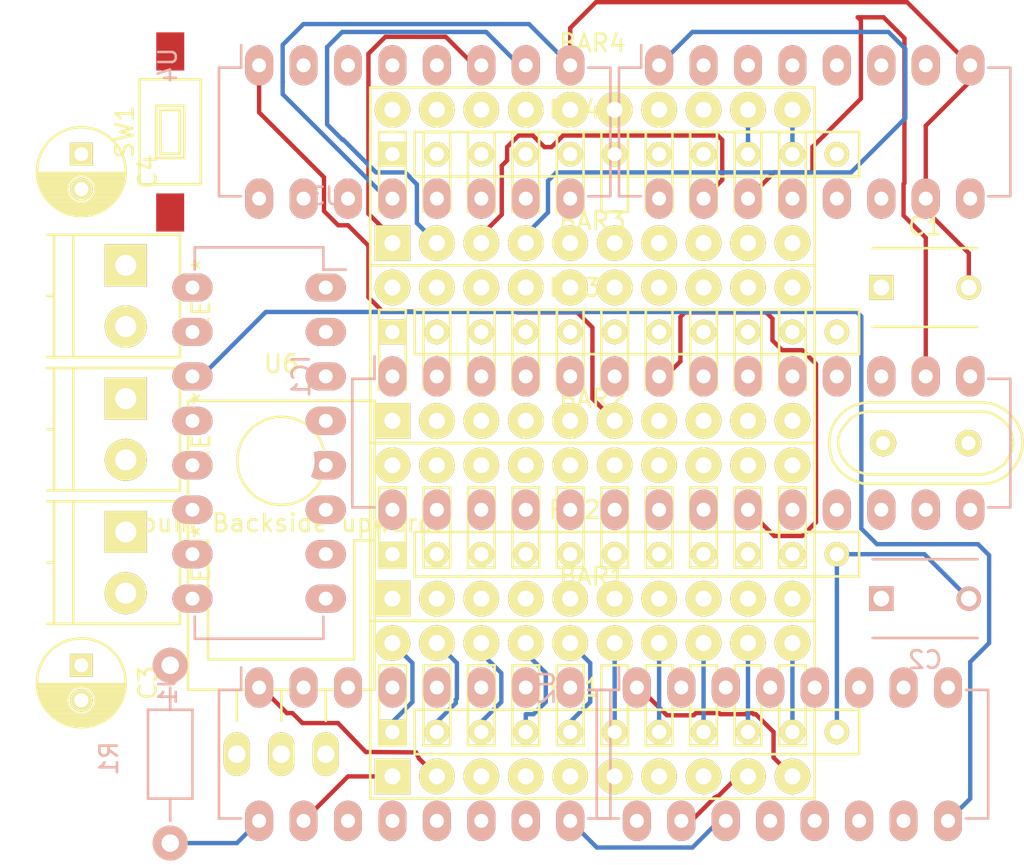
<source format=kicad_pcb>
(kicad_pcb (version 4) (host pcbnew 4.0.2-stable)

  (general
    (links 134)
    (no_connects 80)
    (area 108.105 109.098199 167.104741 158.945001)
    (thickness 1.6)
    (drawings 0)
    (tracks 327)
    (zones 0)
    (modules 25)
    (nets 113)
  )

  (page A4)
  (layers
    (0 F.Cu signal)
    (1 In1.Cu signal)
    (2 In2.Cu signal)
    (31 B.Cu signal)
    (32 B.Adhes user)
    (33 F.Adhes user)
    (34 B.Paste user)
    (35 F.Paste user)
    (36 B.SilkS user)
    (37 F.SilkS user)
    (38 B.Mask user)
    (39 F.Mask user)
    (40 Dwgs.User user)
    (41 Cmts.User user)
    (42 Eco1.User user)
    (43 Eco2.User user)
    (44 Edge.Cuts user)
    (45 Margin user)
    (46 B.CrtYd user)
    (47 F.CrtYd user)
    (48 B.Fab user)
    (49 F.Fab user)
  )

  (setup
    (last_trace_width 0.25)
    (trace_clearance 0.2)
    (zone_clearance 0.508)
    (zone_45_only no)
    (trace_min 0.2)
    (segment_width 0.2)
    (edge_width 0.15)
    (via_size 0.6)
    (via_drill 0.4)
    (via_min_size 0.4)
    (via_min_drill 0.3)
    (uvia_size 0.3)
    (uvia_drill 0.1)
    (uvias_allowed no)
    (uvia_min_size 0.2)
    (uvia_min_drill 0.1)
    (pcb_text_width 0.3)
    (pcb_text_size 1.5 1.5)
    (mod_edge_width 0.15)
    (mod_text_size 1 1)
    (mod_text_width 0.15)
    (pad_size 1.524 1.524)
    (pad_drill 0.762)
    (pad_to_mask_clearance 0.2)
    (aux_axis_origin 0 0)
    (visible_elements FFFFFF7F)
    (pcbplotparams
      (layerselection 0x00030_80000001)
      (usegerberextensions false)
      (excludeedgelayer true)
      (linewidth 0.100000)
      (plotframeref false)
      (viasonmask false)
      (mode 1)
      (useauxorigin false)
      (hpglpennumber 1)
      (hpglpenspeed 20)
      (hpglpendiameter 15)
      (hpglpenoverlay 2)
      (psnegative false)
      (psa4output false)
      (plotreference true)
      (plotvalue true)
      (plotinvisibletext false)
      (padsonsilk false)
      (subtractmaskfromsilk false)
      (outputformat 1)
      (mirror false)
      (drillshape 0)
      (scaleselection 1)
      (outputdirectory ""))
  )

  (net 0 "")
  (net 1 "Net-(BAR1-Pad1)")
  (net 2 "Net-(BAR1-Pad2)")
  (net 3 "Net-(BAR1-Pad3)")
  (net 4 "Net-(BAR1-Pad4)")
  (net 5 "Net-(BAR1-Pad13)")
  (net 6 "Net-(BAR1-Pad14)")
  (net 7 "Net-(BAR1-Pad15)")
  (net 8 "Net-(BAR1-Pad16)")
  (net 9 "Net-(BAR1-Pad5)")
  (net 10 "Net-(BAR1-Pad6)")
  (net 11 "Net-(BAR1-Pad7)")
  (net 12 "Net-(BAR1-Pad8)")
  (net 13 "Net-(BAR1-Pad12)")
  (net 14 "Net-(BAR1-Pad11)")
  (net 15 "Net-(BAR1-Pad10)")
  (net 16 "Net-(BAR1-Pad9)")
  (net 17 "Net-(BAR1-Pad17)")
  (net 18 "Net-(BAR1-Pad18)")
  (net 19 "Net-(BAR1-Pad19)")
  (net 20 "Net-(BAR1-Pad20)")
  (net 21 "Net-(BAR2-Pad1)")
  (net 22 "Net-(BAR2-Pad2)")
  (net 23 "Net-(BAR2-Pad3)")
  (net 24 "Net-(BAR2-Pad4)")
  (net 25 "Net-(BAR2-Pad13)")
  (net 26 "Net-(BAR2-Pad14)")
  (net 27 "Net-(BAR2-Pad15)")
  (net 28 "Net-(BAR2-Pad16)")
  (net 29 "Net-(BAR2-Pad5)")
  (net 30 "Net-(BAR2-Pad6)")
  (net 31 "Net-(BAR2-Pad7)")
  (net 32 "Net-(BAR2-Pad8)")
  (net 33 "Net-(BAR2-Pad12)")
  (net 34 "Net-(BAR2-Pad11)")
  (net 35 "Net-(BAR2-Pad10)")
  (net 36 "Net-(BAR2-Pad9)")
  (net 37 "Net-(BAR2-Pad17)")
  (net 38 "Net-(BAR2-Pad18)")
  (net 39 "Net-(BAR2-Pad19)")
  (net 40 "Net-(BAR2-Pad20)")
  (net 41 "Net-(BAR3-Pad1)")
  (net 42 "Net-(BAR3-Pad2)")
  (net 43 "Net-(BAR3-Pad3)")
  (net 44 "Net-(BAR3-Pad4)")
  (net 45 "Net-(BAR3-Pad13)")
  (net 46 "Net-(BAR3-Pad14)")
  (net 47 "Net-(BAR3-Pad15)")
  (net 48 "Net-(BAR3-Pad16)")
  (net 49 "Net-(BAR3-Pad5)")
  (net 50 "Net-(BAR3-Pad6)")
  (net 51 "Net-(BAR3-Pad7)")
  (net 52 "Net-(BAR3-Pad8)")
  (net 53 "Net-(BAR3-Pad12)")
  (net 54 "Net-(BAR3-Pad11)")
  (net 55 "Net-(BAR3-Pad10)")
  (net 56 "Net-(BAR3-Pad9)")
  (net 57 "Net-(BAR3-Pad17)")
  (net 58 "Net-(BAR3-Pad18)")
  (net 59 "Net-(BAR3-Pad19)")
  (net 60 "Net-(BAR3-Pad20)")
  (net 61 "Net-(BAR4-Pad1)")
  (net 62 "Net-(BAR4-Pad2)")
  (net 63 "Net-(BAR4-Pad3)")
  (net 64 "Net-(BAR4-Pad4)")
  (net 65 "Net-(BAR4-Pad13)")
  (net 66 "Net-(BAR4-Pad14)")
  (net 67 "Net-(BAR4-Pad15)")
  (net 68 "Net-(BAR4-Pad16)")
  (net 69 "Net-(BAR4-Pad5)")
  (net 70 "Net-(BAR4-Pad6)")
  (net 71 "Net-(BAR4-Pad7)")
  (net 72 "Net-(BAR4-Pad8)")
  (net 73 "Net-(BAR4-Pad12)")
  (net 74 "Net-(BAR4-Pad11)")
  (net 75 "Net-(BAR4-Pad10)")
  (net 76 "Net-(BAR4-Pad9)")
  (net 77 "Net-(BAR4-Pad17)")
  (net 78 "Net-(BAR4-Pad18)")
  (net 79 "Net-(BAR4-Pad19)")
  (net 80 "Net-(BAR4-Pad20)")
  (net 81 "Net-(C1-Pad1)")
  (net 82 GND)
  (net 83 "Net-(C2-Pad1)")
  (net 84 +12V)
  (net 85 VCC)
  (net 86 "Net-(IC1-Pad1)")
  (net 87 "Net-(IC1-Pad2)")
  (net 88 "Net-(IC1-Pad3)")
  (net 89 "Net-(IC1-Pad4)")
  (net 90 "Net-(IC1-Pad5)")
  (net 91 "Net-(IC1-Pad6)")
  (net 92 "Net-(IC1-Pad11)")
  (net 93 "Net-(IC1-Pad12)")
  (net 94 "Net-(IC1-Pad13)")
  (net 95 "Net-(IC1-Pad14)")
  (net 96 "Net-(IC1-Pad15)")
  (net 97 "Net-(IC1-Pad16)")
  (net 98 "Net-(IC1-Pad17)")
  (net 99 "Net-(IC1-Pad18)")
  (net 100 "Net-(IC1-Pad19)")
  (net 101 "Net-(IC1-Pad21)")
  (net 102 "Net-(IC1-Pad23)")
  (net 103 "Net-(IC1-Pad24)")
  (net 104 "Net-(IC1-Pad25)")
  (net 105 "Net-(IC1-Pad26)")
  (net 106 "Net-(IC1-Pad27)")
  (net 107 "Net-(IC1-Pad28)")
  (net 108 "Net-(U1-Pad9)")
  (net 109 "Net-(U2-Pad9)")
  (net 110 "Net-(U3-Pad9)")
  (net 111 "Net-(U4-Pad9)")
  (net 112 "Net-(U5-Pad9)")

  (net_class Default "This is the default net class."
    (clearance 0.2)
    (trace_width 0.25)
    (via_dia 0.6)
    (via_drill 0.4)
    (uvia_dia 0.3)
    (uvia_drill 0.1)
    (add_net +12V)
    (add_net GND)
    (add_net "Net-(BAR1-Pad1)")
    (add_net "Net-(BAR1-Pad10)")
    (add_net "Net-(BAR1-Pad11)")
    (add_net "Net-(BAR1-Pad12)")
    (add_net "Net-(BAR1-Pad13)")
    (add_net "Net-(BAR1-Pad14)")
    (add_net "Net-(BAR1-Pad15)")
    (add_net "Net-(BAR1-Pad16)")
    (add_net "Net-(BAR1-Pad17)")
    (add_net "Net-(BAR1-Pad18)")
    (add_net "Net-(BAR1-Pad19)")
    (add_net "Net-(BAR1-Pad2)")
    (add_net "Net-(BAR1-Pad20)")
    (add_net "Net-(BAR1-Pad3)")
    (add_net "Net-(BAR1-Pad4)")
    (add_net "Net-(BAR1-Pad5)")
    (add_net "Net-(BAR1-Pad6)")
    (add_net "Net-(BAR1-Pad7)")
    (add_net "Net-(BAR1-Pad8)")
    (add_net "Net-(BAR1-Pad9)")
    (add_net "Net-(BAR2-Pad1)")
    (add_net "Net-(BAR2-Pad10)")
    (add_net "Net-(BAR2-Pad11)")
    (add_net "Net-(BAR2-Pad12)")
    (add_net "Net-(BAR2-Pad13)")
    (add_net "Net-(BAR2-Pad14)")
    (add_net "Net-(BAR2-Pad15)")
    (add_net "Net-(BAR2-Pad16)")
    (add_net "Net-(BAR2-Pad17)")
    (add_net "Net-(BAR2-Pad18)")
    (add_net "Net-(BAR2-Pad19)")
    (add_net "Net-(BAR2-Pad2)")
    (add_net "Net-(BAR2-Pad20)")
    (add_net "Net-(BAR2-Pad3)")
    (add_net "Net-(BAR2-Pad4)")
    (add_net "Net-(BAR2-Pad5)")
    (add_net "Net-(BAR2-Pad6)")
    (add_net "Net-(BAR2-Pad7)")
    (add_net "Net-(BAR2-Pad8)")
    (add_net "Net-(BAR2-Pad9)")
    (add_net "Net-(BAR3-Pad1)")
    (add_net "Net-(BAR3-Pad10)")
    (add_net "Net-(BAR3-Pad11)")
    (add_net "Net-(BAR3-Pad12)")
    (add_net "Net-(BAR3-Pad13)")
    (add_net "Net-(BAR3-Pad14)")
    (add_net "Net-(BAR3-Pad15)")
    (add_net "Net-(BAR3-Pad16)")
    (add_net "Net-(BAR3-Pad17)")
    (add_net "Net-(BAR3-Pad18)")
    (add_net "Net-(BAR3-Pad19)")
    (add_net "Net-(BAR3-Pad2)")
    (add_net "Net-(BAR3-Pad20)")
    (add_net "Net-(BAR3-Pad3)")
    (add_net "Net-(BAR3-Pad4)")
    (add_net "Net-(BAR3-Pad5)")
    (add_net "Net-(BAR3-Pad6)")
    (add_net "Net-(BAR3-Pad7)")
    (add_net "Net-(BAR3-Pad8)")
    (add_net "Net-(BAR3-Pad9)")
    (add_net "Net-(BAR4-Pad1)")
    (add_net "Net-(BAR4-Pad10)")
    (add_net "Net-(BAR4-Pad11)")
    (add_net "Net-(BAR4-Pad12)")
    (add_net "Net-(BAR4-Pad13)")
    (add_net "Net-(BAR4-Pad14)")
    (add_net "Net-(BAR4-Pad15)")
    (add_net "Net-(BAR4-Pad16)")
    (add_net "Net-(BAR4-Pad17)")
    (add_net "Net-(BAR4-Pad18)")
    (add_net "Net-(BAR4-Pad19)")
    (add_net "Net-(BAR4-Pad2)")
    (add_net "Net-(BAR4-Pad20)")
    (add_net "Net-(BAR4-Pad3)")
    (add_net "Net-(BAR4-Pad4)")
    (add_net "Net-(BAR4-Pad5)")
    (add_net "Net-(BAR4-Pad6)")
    (add_net "Net-(BAR4-Pad7)")
    (add_net "Net-(BAR4-Pad8)")
    (add_net "Net-(BAR4-Pad9)")
    (add_net "Net-(C1-Pad1)")
    (add_net "Net-(C2-Pad1)")
    (add_net "Net-(IC1-Pad1)")
    (add_net "Net-(IC1-Pad11)")
    (add_net "Net-(IC1-Pad12)")
    (add_net "Net-(IC1-Pad13)")
    (add_net "Net-(IC1-Pad14)")
    (add_net "Net-(IC1-Pad15)")
    (add_net "Net-(IC1-Pad16)")
    (add_net "Net-(IC1-Pad17)")
    (add_net "Net-(IC1-Pad18)")
    (add_net "Net-(IC1-Pad19)")
    (add_net "Net-(IC1-Pad2)")
    (add_net "Net-(IC1-Pad21)")
    (add_net "Net-(IC1-Pad23)")
    (add_net "Net-(IC1-Pad24)")
    (add_net "Net-(IC1-Pad25)")
    (add_net "Net-(IC1-Pad26)")
    (add_net "Net-(IC1-Pad27)")
    (add_net "Net-(IC1-Pad28)")
    (add_net "Net-(IC1-Pad3)")
    (add_net "Net-(IC1-Pad4)")
    (add_net "Net-(IC1-Pad5)")
    (add_net "Net-(IC1-Pad6)")
    (add_net "Net-(U1-Pad9)")
    (add_net "Net-(U2-Pad9)")
    (add_net "Net-(U3-Pad9)")
    (add_net "Net-(U4-Pad9)")
    (add_net "Net-(U5-Pad9)")
    (add_net VCC)
  )

  (module Terminal_Blocks:TerminalBlock_Pheonix_PT-3.5mm_2pol (layer F.Cu) (tedit 0) (tstamp 5799475F)
    (at 115.57 124.46 270)
    (descr "2-way 3.5mm pitch terminal block, Phoenix PT series")
    (fp_text reference REF** (at 1.75 -4.3 270) (layer F.SilkS)
      (effects (font (size 1 1) (thickness 0.15)))
    )
    (fp_text value TerminalBlock_Pheonix_PT-3.5mm_2pol (at 1.75 6 270) (layer F.Fab)
      (effects (font (size 1 1) (thickness 0.15)))
    )
    (fp_line (start -1.9 -3.3) (end 5.4 -3.3) (layer F.CrtYd) (width 0.05))
    (fp_line (start -1.9 4.7) (end -1.9 -3.3) (layer F.CrtYd) (width 0.05))
    (fp_line (start 5.4 4.7) (end -1.9 4.7) (layer F.CrtYd) (width 0.05))
    (fp_line (start 5.4 -3.3) (end 5.4 4.7) (layer F.CrtYd) (width 0.05))
    (fp_line (start 1.75 4.1) (end 1.75 4.5) (layer F.SilkS) (width 0.15))
    (fp_line (start -1.75 3) (end 5.25 3) (layer F.SilkS) (width 0.15))
    (fp_line (start -1.75 4.1) (end 5.25 4.1) (layer F.SilkS) (width 0.15))
    (fp_line (start -1.75 -3.1) (end -1.75 4.5) (layer F.SilkS) (width 0.15))
    (fp_line (start 5.25 4.5) (end 5.25 -3.1) (layer F.SilkS) (width 0.15))
    (fp_line (start 5.25 -3.1) (end -1.75 -3.1) (layer F.SilkS) (width 0.15))
    (pad 2 thru_hole circle (at 3.5 0 270) (size 2.4 2.4) (drill 1.2) (layers *.Cu *.Mask F.SilkS))
    (pad 1 thru_hole rect (at 0 0 270) (size 2.4 2.4) (drill 1.2) (layers *.Cu *.Mask F.SilkS))
    (model Terminal_Blocks.3dshapes/TerminalBlock_Pheonix_PT-3.5mm_2pol.wrl
      (at (xyz 0 0 0))
      (scale (xyz 1 1 1))
      (rotate (xyz 0 0 0))
    )
  )

  (module Terminal_Blocks:TerminalBlock_Pheonix_PT-3.5mm_2pol (layer F.Cu) (tedit 0) (tstamp 5799474F)
    (at 115.57 139.7 270)
    (descr "2-way 3.5mm pitch terminal block, Phoenix PT series")
    (fp_text reference REF** (at 1.75 -4.3 270) (layer F.SilkS)
      (effects (font (size 1 1) (thickness 0.15)))
    )
    (fp_text value TerminalBlock_Pheonix_PT-3.5mm_2pol (at 1.75 6 270) (layer F.Fab)
      (effects (font (size 1 1) (thickness 0.15)))
    )
    (fp_line (start -1.9 -3.3) (end 5.4 -3.3) (layer F.CrtYd) (width 0.05))
    (fp_line (start -1.9 4.7) (end -1.9 -3.3) (layer F.CrtYd) (width 0.05))
    (fp_line (start 5.4 4.7) (end -1.9 4.7) (layer F.CrtYd) (width 0.05))
    (fp_line (start 5.4 -3.3) (end 5.4 4.7) (layer F.CrtYd) (width 0.05))
    (fp_line (start 1.75 4.1) (end 1.75 4.5) (layer F.SilkS) (width 0.15))
    (fp_line (start -1.75 3) (end 5.25 3) (layer F.SilkS) (width 0.15))
    (fp_line (start -1.75 4.1) (end 5.25 4.1) (layer F.SilkS) (width 0.15))
    (fp_line (start -1.75 -3.1) (end -1.75 4.5) (layer F.SilkS) (width 0.15))
    (fp_line (start 5.25 4.5) (end 5.25 -3.1) (layer F.SilkS) (width 0.15))
    (fp_line (start 5.25 -3.1) (end -1.75 -3.1) (layer F.SilkS) (width 0.15))
    (pad 2 thru_hole circle (at 3.5 0 270) (size 2.4 2.4) (drill 1.2) (layers *.Cu *.Mask F.SilkS))
    (pad 1 thru_hole rect (at 0 0 270) (size 2.4 2.4) (drill 1.2) (layers *.Cu *.Mask F.SilkS))
    (model Terminal_Blocks.3dshapes/TerminalBlock_Pheonix_PT-3.5mm_2pol.wrl
      (at (xyz 0 0 0))
      (scale (xyz 1 1 1))
      (rotate (xyz 0 0 0))
    )
  )

  (module Display:HDSP-48xx (layer F.Cu) (tedit 0) (tstamp 5797C64A)
    (at 142.24 149.86)
    (descr "Barre 10 points")
    (tags BARGRAPH)
    (path /57975038)
    (fp_text reference BAR1 (at 0 -7.62) (layer F.SilkS)
      (effects (font (size 1 1) (thickness 0.15)))
    )
    (fp_text value DOT-BAR2 (at 0 7.112) (layer F.Fab)
      (effects (font (size 1 1) (thickness 0.15)))
    )
    (fp_line (start 10.668 -2.54) (end 12.192 -2.54) (layer F.SilkS) (width 0.15))
    (fp_line (start 12.192 -2.54) (end 12.192 2.032) (layer F.SilkS) (width 0.15))
    (fp_line (start 12.192 2.032) (end 10.668 2.032) (layer F.SilkS) (width 0.15))
    (fp_line (start 10.668 2.032) (end 10.668 -2.54) (layer F.SilkS) (width 0.15))
    (fp_line (start 8.128 -2.54) (end 9.652 -2.54) (layer F.SilkS) (width 0.15))
    (fp_line (start 9.652 -2.54) (end 9.652 2.032) (layer F.SilkS) (width 0.15))
    (fp_line (start 9.652 2.032) (end 8.128 2.032) (layer F.SilkS) (width 0.15))
    (fp_line (start 8.128 2.032) (end 8.128 -2.54) (layer F.SilkS) (width 0.15))
    (fp_line (start 5.588 -2.54) (end 7.112 -2.54) (layer F.SilkS) (width 0.15))
    (fp_line (start 7.112 -2.54) (end 7.112 2.032) (layer F.SilkS) (width 0.15))
    (fp_line (start 7.112 2.032) (end 5.588 2.032) (layer F.SilkS) (width 0.15))
    (fp_line (start 5.588 2.032) (end 5.588 -2.54) (layer F.SilkS) (width 0.15))
    (fp_line (start 3.048 -2.54) (end 4.572 -2.54) (layer F.SilkS) (width 0.15))
    (fp_line (start 4.572 -2.54) (end 4.572 2.032) (layer F.SilkS) (width 0.15))
    (fp_line (start 4.572 2.032) (end 3.048 2.032) (layer F.SilkS) (width 0.15))
    (fp_line (start 3.048 2.032) (end 3.048 -2.54) (layer F.SilkS) (width 0.15))
    (fp_line (start 0.508 -2.54) (end 2.032 -2.54) (layer F.SilkS) (width 0.15))
    (fp_line (start 2.032 -2.54) (end 2.032 2.032) (layer F.SilkS) (width 0.15))
    (fp_line (start 2.032 2.032) (end 0.508 2.032) (layer F.SilkS) (width 0.15))
    (fp_line (start 0.508 2.032) (end 0.508 -2.54) (layer F.SilkS) (width 0.15))
    (fp_line (start -2.032 -2.54) (end -0.508 -2.54) (layer F.SilkS) (width 0.15))
    (fp_line (start -0.508 -2.54) (end -0.508 2.032) (layer F.SilkS) (width 0.15))
    (fp_line (start -0.508 2.032) (end -2.032 2.032) (layer F.SilkS) (width 0.15))
    (fp_line (start -2.032 2.032) (end -2.032 -2.54) (layer F.SilkS) (width 0.15))
    (fp_line (start -4.572 2.032) (end -3.048 2.032) (layer F.SilkS) (width 0.15))
    (fp_line (start -3.048 2.032) (end -3.048 -2.54) (layer F.SilkS) (width 0.15))
    (fp_line (start -3.048 -2.54) (end -4.572 -2.54) (layer F.SilkS) (width 0.15))
    (fp_line (start -4.572 -2.54) (end -4.572 2.032) (layer F.SilkS) (width 0.15))
    (fp_line (start -7.112 -2.54) (end -5.588 -2.54) (layer F.SilkS) (width 0.15))
    (fp_line (start -5.588 -2.54) (end -5.588 2.032) (layer F.SilkS) (width 0.15))
    (fp_line (start -5.588 2.032) (end -7.112 2.032) (layer F.SilkS) (width 0.15))
    (fp_line (start -7.112 2.032) (end -7.112 -2.54) (layer F.SilkS) (width 0.15))
    (fp_line (start -9.652 2.032) (end -9.652 -2.54) (layer F.SilkS) (width 0.15))
    (fp_line (start -9.652 -2.54) (end -8.128 -2.54) (layer F.SilkS) (width 0.15))
    (fp_line (start -8.128 -2.54) (end -8.128 2.032) (layer F.SilkS) (width 0.15))
    (fp_line (start -8.128 2.032) (end -9.652 2.032) (layer F.SilkS) (width 0.15))
    (fp_line (start -12.192 2.032) (end -12.192 -2.54) (layer F.SilkS) (width 0.15))
    (fp_line (start -12.192 -2.54) (end -10.668 -2.54) (layer F.SilkS) (width 0.15))
    (fp_line (start -10.668 -2.54) (end -10.668 2.032) (layer F.SilkS) (width 0.15))
    (fp_line (start -10.668 2.032) (end -12.192 2.032) (layer F.SilkS) (width 0.15))
    (fp_line (start 11.176 2.032) (end 11.684 2.032) (layer F.SilkS) (width 0.15))
    (fp_line (start 11.684 -2.54) (end 11.176 -2.54) (layer F.SilkS) (width 0.15))
    (fp_line (start 8.636 2.032) (end 9.144 2.032) (layer F.SilkS) (width 0.15))
    (fp_line (start 9.144 -2.54) (end 8.636 -2.54) (layer F.SilkS) (width 0.15))
    (fp_line (start 6.096 2.032) (end 6.604 2.032) (layer F.SilkS) (width 0.15))
    (fp_line (start 6.604 -2.54) (end 6.096 -2.54) (layer F.SilkS) (width 0.15))
    (fp_line (start 3.556 2.032) (end 4.064 2.032) (layer F.SilkS) (width 0.15))
    (fp_line (start 4.064 -2.54) (end 3.556 -2.54) (layer F.SilkS) (width 0.15))
    (fp_line (start 1.016 2.032) (end 1.524 2.032) (layer F.SilkS) (width 0.15))
    (fp_line (start 1.524 -2.54) (end 1.016 -2.54) (layer F.SilkS) (width 0.15))
    (fp_line (start -1.524 2.032) (end -1.016 2.032) (layer F.SilkS) (width 0.15))
    (fp_line (start -1.016 -2.54) (end -1.524 -2.54) (layer F.SilkS) (width 0.15))
    (fp_line (start -3.556 -2.54) (end -4.064 -2.54) (layer F.SilkS) (width 0.15))
    (fp_line (start -4.064 2.032) (end -3.556 2.032) (layer F.SilkS) (width 0.15))
    (fp_line (start -6.604 2.032) (end -6.096 2.032) (layer F.SilkS) (width 0.15))
    (fp_line (start -6.096 -2.54) (end -6.604 -2.54) (layer F.SilkS) (width 0.15))
    (fp_line (start -9.144 2.032) (end -8.636 2.032) (layer F.SilkS) (width 0.15))
    (fp_line (start -8.636 -2.54) (end -9.144 -2.54) (layer F.SilkS) (width 0.15))
    (fp_line (start -11.684 -2.54) (end -11.176 -2.54) (layer F.SilkS) (width 0.15))
    (fp_line (start -11.176 2.032) (end -11.684 2.032) (layer F.SilkS) (width 0.15))
    (fp_line (start 12.7 -5.08) (end 12.7 5.08) (layer F.SilkS) (width 0.15))
    (fp_line (start 12.7 5.08) (end -12.7 5.08) (layer F.SilkS) (width 0.15))
    (fp_line (start -12.7 5.08) (end -12.7 -5.08) (layer F.SilkS) (width 0.15))
    (fp_line (start -12.7 -5.08) (end 12.7 -5.08) (layer F.SilkS) (width 0.15))
    (pad 1 thru_hole rect (at -11.43 3.81) (size 2.032 2.032) (drill 0.9144) (layers *.Cu *.Mask F.SilkS)
      (net 1 "Net-(BAR1-Pad1)"))
    (pad 2 thru_hole circle (at -8.89 3.81) (size 2.032 2.032) (drill 0.9144) (layers *.Cu *.Mask F.SilkS)
      (net 2 "Net-(BAR1-Pad2)"))
    (pad 3 thru_hole circle (at -6.35 3.81) (size 2.032 2.032) (drill 0.9144) (layers *.Cu *.Mask F.SilkS)
      (net 3 "Net-(BAR1-Pad3)"))
    (pad 4 thru_hole circle (at -3.81 3.81) (size 2.032 2.032) (drill 0.9144) (layers *.Cu *.Mask F.SilkS)
      (net 4 "Net-(BAR1-Pad4)"))
    (pad 13 thru_hole circle (at 6.35 -3.81) (size 2.032 2.032) (drill 0.9144) (layers *.Cu *.Mask F.SilkS)
      (net 5 "Net-(BAR1-Pad13)"))
    (pad 14 thru_hole circle (at 3.81 -3.81) (size 2.032 2.032) (drill 0.9144) (layers *.Cu *.Mask F.SilkS)
      (net 6 "Net-(BAR1-Pad14)"))
    (pad 15 thru_hole circle (at 1.27 -3.81) (size 2.032 2.032) (drill 0.9144) (layers *.Cu *.Mask F.SilkS)
      (net 7 "Net-(BAR1-Pad15)"))
    (pad 16 thru_hole circle (at -1.27 -3.81) (size 2.032 2.032) (drill 0.9144) (layers *.Cu *.Mask F.SilkS)
      (net 8 "Net-(BAR1-Pad16)"))
    (pad 5 thru_hole circle (at -1.27 3.81) (size 2.032 2.032) (drill 0.9144) (layers *.Cu *.Mask F.SilkS)
      (net 9 "Net-(BAR1-Pad5)"))
    (pad 6 thru_hole circle (at 1.27 3.81) (size 2.032 2.032) (drill 0.9144) (layers *.Cu *.Mask F.SilkS)
      (net 10 "Net-(BAR1-Pad6)"))
    (pad 7 thru_hole circle (at 3.81 3.81) (size 2.032 2.032) (drill 0.9144) (layers *.Cu *.Mask F.SilkS)
      (net 11 "Net-(BAR1-Pad7)"))
    (pad 8 thru_hole circle (at 6.35 3.81) (size 2.032 2.032) (drill 0.9144) (layers *.Cu *.Mask F.SilkS)
      (net 12 "Net-(BAR1-Pad8)"))
    (pad 12 thru_hole circle (at 8.89 -3.81) (size 2.032 2.032) (drill 0.9144) (layers *.Cu *.Mask F.SilkS)
      (net 13 "Net-(BAR1-Pad12)"))
    (pad 11 thru_hole circle (at 11.43 -3.81) (size 2.032 2.032) (drill 0.9144) (layers *.Cu *.Mask F.SilkS)
      (net 14 "Net-(BAR1-Pad11)"))
    (pad 10 thru_hole circle (at 11.43 3.81) (size 2.032 2.032) (drill 0.9144) (layers *.Cu *.Mask F.SilkS)
      (net 15 "Net-(BAR1-Pad10)"))
    (pad 9 thru_hole circle (at 8.89 3.81) (size 2.032 2.032) (drill 0.9144) (layers *.Cu *.Mask F.SilkS)
      (net 16 "Net-(BAR1-Pad9)"))
    (pad 17 thru_hole circle (at -3.81 -3.81) (size 2.032 2.032) (drill 0.9144) (layers *.Cu *.Mask F.SilkS)
      (net 17 "Net-(BAR1-Pad17)"))
    (pad 18 thru_hole circle (at -6.35 -3.81) (size 2.032 2.032) (drill 0.9144) (layers *.Cu *.Mask F.SilkS)
      (net 18 "Net-(BAR1-Pad18)"))
    (pad 19 thru_hole circle (at -8.89 -3.81) (size 2.032 2.032) (drill 0.9144) (layers *.Cu *.Mask F.SilkS)
      (net 19 "Net-(BAR1-Pad19)"))
    (pad 20 thru_hole circle (at -11.43 -3.81) (size 2.032 2.032) (drill 0.9144) (layers *.Cu *.Mask F.SilkS)
      (net 20 "Net-(BAR1-Pad20)"))
  )

  (module Display:HDSP-48xx (layer F.Cu) (tedit 0) (tstamp 5797C662)
    (at 142.24 139.7)
    (descr "Barre 10 points")
    (tags BARGRAPH)
    (path /57976AEA)
    (fp_text reference BAR2 (at 0 -7.62) (layer F.SilkS)
      (effects (font (size 1 1) (thickness 0.15)))
    )
    (fp_text value DOT-BAR2 (at 0 7.112) (layer F.Fab)
      (effects (font (size 1 1) (thickness 0.15)))
    )
    (fp_line (start 10.668 -2.54) (end 12.192 -2.54) (layer F.SilkS) (width 0.15))
    (fp_line (start 12.192 -2.54) (end 12.192 2.032) (layer F.SilkS) (width 0.15))
    (fp_line (start 12.192 2.032) (end 10.668 2.032) (layer F.SilkS) (width 0.15))
    (fp_line (start 10.668 2.032) (end 10.668 -2.54) (layer F.SilkS) (width 0.15))
    (fp_line (start 8.128 -2.54) (end 9.652 -2.54) (layer F.SilkS) (width 0.15))
    (fp_line (start 9.652 -2.54) (end 9.652 2.032) (layer F.SilkS) (width 0.15))
    (fp_line (start 9.652 2.032) (end 8.128 2.032) (layer F.SilkS) (width 0.15))
    (fp_line (start 8.128 2.032) (end 8.128 -2.54) (layer F.SilkS) (width 0.15))
    (fp_line (start 5.588 -2.54) (end 7.112 -2.54) (layer F.SilkS) (width 0.15))
    (fp_line (start 7.112 -2.54) (end 7.112 2.032) (layer F.SilkS) (width 0.15))
    (fp_line (start 7.112 2.032) (end 5.588 2.032) (layer F.SilkS) (width 0.15))
    (fp_line (start 5.588 2.032) (end 5.588 -2.54) (layer F.SilkS) (width 0.15))
    (fp_line (start 3.048 -2.54) (end 4.572 -2.54) (layer F.SilkS) (width 0.15))
    (fp_line (start 4.572 -2.54) (end 4.572 2.032) (layer F.SilkS) (width 0.15))
    (fp_line (start 4.572 2.032) (end 3.048 2.032) (layer F.SilkS) (width 0.15))
    (fp_line (start 3.048 2.032) (end 3.048 -2.54) (layer F.SilkS) (width 0.15))
    (fp_line (start 0.508 -2.54) (end 2.032 -2.54) (layer F.SilkS) (width 0.15))
    (fp_line (start 2.032 -2.54) (end 2.032 2.032) (layer F.SilkS) (width 0.15))
    (fp_line (start 2.032 2.032) (end 0.508 2.032) (layer F.SilkS) (width 0.15))
    (fp_line (start 0.508 2.032) (end 0.508 -2.54) (layer F.SilkS) (width 0.15))
    (fp_line (start -2.032 -2.54) (end -0.508 -2.54) (layer F.SilkS) (width 0.15))
    (fp_line (start -0.508 -2.54) (end -0.508 2.032) (layer F.SilkS) (width 0.15))
    (fp_line (start -0.508 2.032) (end -2.032 2.032) (layer F.SilkS) (width 0.15))
    (fp_line (start -2.032 2.032) (end -2.032 -2.54) (layer F.SilkS) (width 0.15))
    (fp_line (start -4.572 2.032) (end -3.048 2.032) (layer F.SilkS) (width 0.15))
    (fp_line (start -3.048 2.032) (end -3.048 -2.54) (layer F.SilkS) (width 0.15))
    (fp_line (start -3.048 -2.54) (end -4.572 -2.54) (layer F.SilkS) (width 0.15))
    (fp_line (start -4.572 -2.54) (end -4.572 2.032) (layer F.SilkS) (width 0.15))
    (fp_line (start -7.112 -2.54) (end -5.588 -2.54) (layer F.SilkS) (width 0.15))
    (fp_line (start -5.588 -2.54) (end -5.588 2.032) (layer F.SilkS) (width 0.15))
    (fp_line (start -5.588 2.032) (end -7.112 2.032) (layer F.SilkS) (width 0.15))
    (fp_line (start -7.112 2.032) (end -7.112 -2.54) (layer F.SilkS) (width 0.15))
    (fp_line (start -9.652 2.032) (end -9.652 -2.54) (layer F.SilkS) (width 0.15))
    (fp_line (start -9.652 -2.54) (end -8.128 -2.54) (layer F.SilkS) (width 0.15))
    (fp_line (start -8.128 -2.54) (end -8.128 2.032) (layer F.SilkS) (width 0.15))
    (fp_line (start -8.128 2.032) (end -9.652 2.032) (layer F.SilkS) (width 0.15))
    (fp_line (start -12.192 2.032) (end -12.192 -2.54) (layer F.SilkS) (width 0.15))
    (fp_line (start -12.192 -2.54) (end -10.668 -2.54) (layer F.SilkS) (width 0.15))
    (fp_line (start -10.668 -2.54) (end -10.668 2.032) (layer F.SilkS) (width 0.15))
    (fp_line (start -10.668 2.032) (end -12.192 2.032) (layer F.SilkS) (width 0.15))
    (fp_line (start 11.176 2.032) (end 11.684 2.032) (layer F.SilkS) (width 0.15))
    (fp_line (start 11.684 -2.54) (end 11.176 -2.54) (layer F.SilkS) (width 0.15))
    (fp_line (start 8.636 2.032) (end 9.144 2.032) (layer F.SilkS) (width 0.15))
    (fp_line (start 9.144 -2.54) (end 8.636 -2.54) (layer F.SilkS) (width 0.15))
    (fp_line (start 6.096 2.032) (end 6.604 2.032) (layer F.SilkS) (width 0.15))
    (fp_line (start 6.604 -2.54) (end 6.096 -2.54) (layer F.SilkS) (width 0.15))
    (fp_line (start 3.556 2.032) (end 4.064 2.032) (layer F.SilkS) (width 0.15))
    (fp_line (start 4.064 -2.54) (end 3.556 -2.54) (layer F.SilkS) (width 0.15))
    (fp_line (start 1.016 2.032) (end 1.524 2.032) (layer F.SilkS) (width 0.15))
    (fp_line (start 1.524 -2.54) (end 1.016 -2.54) (layer F.SilkS) (width 0.15))
    (fp_line (start -1.524 2.032) (end -1.016 2.032) (layer F.SilkS) (width 0.15))
    (fp_line (start -1.016 -2.54) (end -1.524 -2.54) (layer F.SilkS) (width 0.15))
    (fp_line (start -3.556 -2.54) (end -4.064 -2.54) (layer F.SilkS) (width 0.15))
    (fp_line (start -4.064 2.032) (end -3.556 2.032) (layer F.SilkS) (width 0.15))
    (fp_line (start -6.604 2.032) (end -6.096 2.032) (layer F.SilkS) (width 0.15))
    (fp_line (start -6.096 -2.54) (end -6.604 -2.54) (layer F.SilkS) (width 0.15))
    (fp_line (start -9.144 2.032) (end -8.636 2.032) (layer F.SilkS) (width 0.15))
    (fp_line (start -8.636 -2.54) (end -9.144 -2.54) (layer F.SilkS) (width 0.15))
    (fp_line (start -11.684 -2.54) (end -11.176 -2.54) (layer F.SilkS) (width 0.15))
    (fp_line (start -11.176 2.032) (end -11.684 2.032) (layer F.SilkS) (width 0.15))
    (fp_line (start 12.7 -5.08) (end 12.7 5.08) (layer F.SilkS) (width 0.15))
    (fp_line (start 12.7 5.08) (end -12.7 5.08) (layer F.SilkS) (width 0.15))
    (fp_line (start -12.7 5.08) (end -12.7 -5.08) (layer F.SilkS) (width 0.15))
    (fp_line (start -12.7 -5.08) (end 12.7 -5.08) (layer F.SilkS) (width 0.15))
    (pad 1 thru_hole rect (at -11.43 3.81) (size 2.032 2.032) (drill 0.9144) (layers *.Cu *.Mask F.SilkS)
      (net 21 "Net-(BAR2-Pad1)"))
    (pad 2 thru_hole circle (at -8.89 3.81) (size 2.032 2.032) (drill 0.9144) (layers *.Cu *.Mask F.SilkS)
      (net 22 "Net-(BAR2-Pad2)"))
    (pad 3 thru_hole circle (at -6.35 3.81) (size 2.032 2.032) (drill 0.9144) (layers *.Cu *.Mask F.SilkS)
      (net 23 "Net-(BAR2-Pad3)"))
    (pad 4 thru_hole circle (at -3.81 3.81) (size 2.032 2.032) (drill 0.9144) (layers *.Cu *.Mask F.SilkS)
      (net 24 "Net-(BAR2-Pad4)"))
    (pad 13 thru_hole circle (at 6.35 -3.81) (size 2.032 2.032) (drill 0.9144) (layers *.Cu *.Mask F.SilkS)
      (net 25 "Net-(BAR2-Pad13)"))
    (pad 14 thru_hole circle (at 3.81 -3.81) (size 2.032 2.032) (drill 0.9144) (layers *.Cu *.Mask F.SilkS)
      (net 26 "Net-(BAR2-Pad14)"))
    (pad 15 thru_hole circle (at 1.27 -3.81) (size 2.032 2.032) (drill 0.9144) (layers *.Cu *.Mask F.SilkS)
      (net 27 "Net-(BAR2-Pad15)"))
    (pad 16 thru_hole circle (at -1.27 -3.81) (size 2.032 2.032) (drill 0.9144) (layers *.Cu *.Mask F.SilkS)
      (net 28 "Net-(BAR2-Pad16)"))
    (pad 5 thru_hole circle (at -1.27 3.81) (size 2.032 2.032) (drill 0.9144) (layers *.Cu *.Mask F.SilkS)
      (net 29 "Net-(BAR2-Pad5)"))
    (pad 6 thru_hole circle (at 1.27 3.81) (size 2.032 2.032) (drill 0.9144) (layers *.Cu *.Mask F.SilkS)
      (net 30 "Net-(BAR2-Pad6)"))
    (pad 7 thru_hole circle (at 3.81 3.81) (size 2.032 2.032) (drill 0.9144) (layers *.Cu *.Mask F.SilkS)
      (net 31 "Net-(BAR2-Pad7)"))
    (pad 8 thru_hole circle (at 6.35 3.81) (size 2.032 2.032) (drill 0.9144) (layers *.Cu *.Mask F.SilkS)
      (net 32 "Net-(BAR2-Pad8)"))
    (pad 12 thru_hole circle (at 8.89 -3.81) (size 2.032 2.032) (drill 0.9144) (layers *.Cu *.Mask F.SilkS)
      (net 33 "Net-(BAR2-Pad12)"))
    (pad 11 thru_hole circle (at 11.43 -3.81) (size 2.032 2.032) (drill 0.9144) (layers *.Cu *.Mask F.SilkS)
      (net 34 "Net-(BAR2-Pad11)"))
    (pad 10 thru_hole circle (at 11.43 3.81) (size 2.032 2.032) (drill 0.9144) (layers *.Cu *.Mask F.SilkS)
      (net 35 "Net-(BAR2-Pad10)"))
    (pad 9 thru_hole circle (at 8.89 3.81) (size 2.032 2.032) (drill 0.9144) (layers *.Cu *.Mask F.SilkS)
      (net 36 "Net-(BAR2-Pad9)"))
    (pad 17 thru_hole circle (at -3.81 -3.81) (size 2.032 2.032) (drill 0.9144) (layers *.Cu *.Mask F.SilkS)
      (net 37 "Net-(BAR2-Pad17)"))
    (pad 18 thru_hole circle (at -6.35 -3.81) (size 2.032 2.032) (drill 0.9144) (layers *.Cu *.Mask F.SilkS)
      (net 38 "Net-(BAR2-Pad18)"))
    (pad 19 thru_hole circle (at -8.89 -3.81) (size 2.032 2.032) (drill 0.9144) (layers *.Cu *.Mask F.SilkS)
      (net 39 "Net-(BAR2-Pad19)"))
    (pad 20 thru_hole circle (at -11.43 -3.81) (size 2.032 2.032) (drill 0.9144) (layers *.Cu *.Mask F.SilkS)
      (net 40 "Net-(BAR2-Pad20)"))
  )

  (module Display:HDSP-48xx (layer F.Cu) (tedit 0) (tstamp 5797C67A)
    (at 142.24 129.54)
    (descr "Barre 10 points")
    (tags BARGRAPH)
    (path /5797AE26)
    (fp_text reference BAR3 (at 0 -7.62) (layer F.SilkS)
      (effects (font (size 1 1) (thickness 0.15)))
    )
    (fp_text value DOT-BAR2 (at 0 7.112) (layer F.Fab)
      (effects (font (size 1 1) (thickness 0.15)))
    )
    (fp_line (start 10.668 -2.54) (end 12.192 -2.54) (layer F.SilkS) (width 0.15))
    (fp_line (start 12.192 -2.54) (end 12.192 2.032) (layer F.SilkS) (width 0.15))
    (fp_line (start 12.192 2.032) (end 10.668 2.032) (layer F.SilkS) (width 0.15))
    (fp_line (start 10.668 2.032) (end 10.668 -2.54) (layer F.SilkS) (width 0.15))
    (fp_line (start 8.128 -2.54) (end 9.652 -2.54) (layer F.SilkS) (width 0.15))
    (fp_line (start 9.652 -2.54) (end 9.652 2.032) (layer F.SilkS) (width 0.15))
    (fp_line (start 9.652 2.032) (end 8.128 2.032) (layer F.SilkS) (width 0.15))
    (fp_line (start 8.128 2.032) (end 8.128 -2.54) (layer F.SilkS) (width 0.15))
    (fp_line (start 5.588 -2.54) (end 7.112 -2.54) (layer F.SilkS) (width 0.15))
    (fp_line (start 7.112 -2.54) (end 7.112 2.032) (layer F.SilkS) (width 0.15))
    (fp_line (start 7.112 2.032) (end 5.588 2.032) (layer F.SilkS) (width 0.15))
    (fp_line (start 5.588 2.032) (end 5.588 -2.54) (layer F.SilkS) (width 0.15))
    (fp_line (start 3.048 -2.54) (end 4.572 -2.54) (layer F.SilkS) (width 0.15))
    (fp_line (start 4.572 -2.54) (end 4.572 2.032) (layer F.SilkS) (width 0.15))
    (fp_line (start 4.572 2.032) (end 3.048 2.032) (layer F.SilkS) (width 0.15))
    (fp_line (start 3.048 2.032) (end 3.048 -2.54) (layer F.SilkS) (width 0.15))
    (fp_line (start 0.508 -2.54) (end 2.032 -2.54) (layer F.SilkS) (width 0.15))
    (fp_line (start 2.032 -2.54) (end 2.032 2.032) (layer F.SilkS) (width 0.15))
    (fp_line (start 2.032 2.032) (end 0.508 2.032) (layer F.SilkS) (width 0.15))
    (fp_line (start 0.508 2.032) (end 0.508 -2.54) (layer F.SilkS) (width 0.15))
    (fp_line (start -2.032 -2.54) (end -0.508 -2.54) (layer F.SilkS) (width 0.15))
    (fp_line (start -0.508 -2.54) (end -0.508 2.032) (layer F.SilkS) (width 0.15))
    (fp_line (start -0.508 2.032) (end -2.032 2.032) (layer F.SilkS) (width 0.15))
    (fp_line (start -2.032 2.032) (end -2.032 -2.54) (layer F.SilkS) (width 0.15))
    (fp_line (start -4.572 2.032) (end -3.048 2.032) (layer F.SilkS) (width 0.15))
    (fp_line (start -3.048 2.032) (end -3.048 -2.54) (layer F.SilkS) (width 0.15))
    (fp_line (start -3.048 -2.54) (end -4.572 -2.54) (layer F.SilkS) (width 0.15))
    (fp_line (start -4.572 -2.54) (end -4.572 2.032) (layer F.SilkS) (width 0.15))
    (fp_line (start -7.112 -2.54) (end -5.588 -2.54) (layer F.SilkS) (width 0.15))
    (fp_line (start -5.588 -2.54) (end -5.588 2.032) (layer F.SilkS) (width 0.15))
    (fp_line (start -5.588 2.032) (end -7.112 2.032) (layer F.SilkS) (width 0.15))
    (fp_line (start -7.112 2.032) (end -7.112 -2.54) (layer F.SilkS) (width 0.15))
    (fp_line (start -9.652 2.032) (end -9.652 -2.54) (layer F.SilkS) (width 0.15))
    (fp_line (start -9.652 -2.54) (end -8.128 -2.54) (layer F.SilkS) (width 0.15))
    (fp_line (start -8.128 -2.54) (end -8.128 2.032) (layer F.SilkS) (width 0.15))
    (fp_line (start -8.128 2.032) (end -9.652 2.032) (layer F.SilkS) (width 0.15))
    (fp_line (start -12.192 2.032) (end -12.192 -2.54) (layer F.SilkS) (width 0.15))
    (fp_line (start -12.192 -2.54) (end -10.668 -2.54) (layer F.SilkS) (width 0.15))
    (fp_line (start -10.668 -2.54) (end -10.668 2.032) (layer F.SilkS) (width 0.15))
    (fp_line (start -10.668 2.032) (end -12.192 2.032) (layer F.SilkS) (width 0.15))
    (fp_line (start 11.176 2.032) (end 11.684 2.032) (layer F.SilkS) (width 0.15))
    (fp_line (start 11.684 -2.54) (end 11.176 -2.54) (layer F.SilkS) (width 0.15))
    (fp_line (start 8.636 2.032) (end 9.144 2.032) (layer F.SilkS) (width 0.15))
    (fp_line (start 9.144 -2.54) (end 8.636 -2.54) (layer F.SilkS) (width 0.15))
    (fp_line (start 6.096 2.032) (end 6.604 2.032) (layer F.SilkS) (width 0.15))
    (fp_line (start 6.604 -2.54) (end 6.096 -2.54) (layer F.SilkS) (width 0.15))
    (fp_line (start 3.556 2.032) (end 4.064 2.032) (layer F.SilkS) (width 0.15))
    (fp_line (start 4.064 -2.54) (end 3.556 -2.54) (layer F.SilkS) (width 0.15))
    (fp_line (start 1.016 2.032) (end 1.524 2.032) (layer F.SilkS) (width 0.15))
    (fp_line (start 1.524 -2.54) (end 1.016 -2.54) (layer F.SilkS) (width 0.15))
    (fp_line (start -1.524 2.032) (end -1.016 2.032) (layer F.SilkS) (width 0.15))
    (fp_line (start -1.016 -2.54) (end -1.524 -2.54) (layer F.SilkS) (width 0.15))
    (fp_line (start -3.556 -2.54) (end -4.064 -2.54) (layer F.SilkS) (width 0.15))
    (fp_line (start -4.064 2.032) (end -3.556 2.032) (layer F.SilkS) (width 0.15))
    (fp_line (start -6.604 2.032) (end -6.096 2.032) (layer F.SilkS) (width 0.15))
    (fp_line (start -6.096 -2.54) (end -6.604 -2.54) (layer F.SilkS) (width 0.15))
    (fp_line (start -9.144 2.032) (end -8.636 2.032) (layer F.SilkS) (width 0.15))
    (fp_line (start -8.636 -2.54) (end -9.144 -2.54) (layer F.SilkS) (width 0.15))
    (fp_line (start -11.684 -2.54) (end -11.176 -2.54) (layer F.SilkS) (width 0.15))
    (fp_line (start -11.176 2.032) (end -11.684 2.032) (layer F.SilkS) (width 0.15))
    (fp_line (start 12.7 -5.08) (end 12.7 5.08) (layer F.SilkS) (width 0.15))
    (fp_line (start 12.7 5.08) (end -12.7 5.08) (layer F.SilkS) (width 0.15))
    (fp_line (start -12.7 5.08) (end -12.7 -5.08) (layer F.SilkS) (width 0.15))
    (fp_line (start -12.7 -5.08) (end 12.7 -5.08) (layer F.SilkS) (width 0.15))
    (pad 1 thru_hole rect (at -11.43 3.81) (size 2.032 2.032) (drill 0.9144) (layers *.Cu *.Mask F.SilkS)
      (net 41 "Net-(BAR3-Pad1)"))
    (pad 2 thru_hole circle (at -8.89 3.81) (size 2.032 2.032) (drill 0.9144) (layers *.Cu *.Mask F.SilkS)
      (net 42 "Net-(BAR3-Pad2)"))
    (pad 3 thru_hole circle (at -6.35 3.81) (size 2.032 2.032) (drill 0.9144) (layers *.Cu *.Mask F.SilkS)
      (net 43 "Net-(BAR3-Pad3)"))
    (pad 4 thru_hole circle (at -3.81 3.81) (size 2.032 2.032) (drill 0.9144) (layers *.Cu *.Mask F.SilkS)
      (net 44 "Net-(BAR3-Pad4)"))
    (pad 13 thru_hole circle (at 6.35 -3.81) (size 2.032 2.032) (drill 0.9144) (layers *.Cu *.Mask F.SilkS)
      (net 45 "Net-(BAR3-Pad13)"))
    (pad 14 thru_hole circle (at 3.81 -3.81) (size 2.032 2.032) (drill 0.9144) (layers *.Cu *.Mask F.SilkS)
      (net 46 "Net-(BAR3-Pad14)"))
    (pad 15 thru_hole circle (at 1.27 -3.81) (size 2.032 2.032) (drill 0.9144) (layers *.Cu *.Mask F.SilkS)
      (net 47 "Net-(BAR3-Pad15)"))
    (pad 16 thru_hole circle (at -1.27 -3.81) (size 2.032 2.032) (drill 0.9144) (layers *.Cu *.Mask F.SilkS)
      (net 48 "Net-(BAR3-Pad16)"))
    (pad 5 thru_hole circle (at -1.27 3.81) (size 2.032 2.032) (drill 0.9144) (layers *.Cu *.Mask F.SilkS)
      (net 49 "Net-(BAR3-Pad5)"))
    (pad 6 thru_hole circle (at 1.27 3.81) (size 2.032 2.032) (drill 0.9144) (layers *.Cu *.Mask F.SilkS)
      (net 50 "Net-(BAR3-Pad6)"))
    (pad 7 thru_hole circle (at 3.81 3.81) (size 2.032 2.032) (drill 0.9144) (layers *.Cu *.Mask F.SilkS)
      (net 51 "Net-(BAR3-Pad7)"))
    (pad 8 thru_hole circle (at 6.35 3.81) (size 2.032 2.032) (drill 0.9144) (layers *.Cu *.Mask F.SilkS)
      (net 52 "Net-(BAR3-Pad8)"))
    (pad 12 thru_hole circle (at 8.89 -3.81) (size 2.032 2.032) (drill 0.9144) (layers *.Cu *.Mask F.SilkS)
      (net 53 "Net-(BAR3-Pad12)"))
    (pad 11 thru_hole circle (at 11.43 -3.81) (size 2.032 2.032) (drill 0.9144) (layers *.Cu *.Mask F.SilkS)
      (net 54 "Net-(BAR3-Pad11)"))
    (pad 10 thru_hole circle (at 11.43 3.81) (size 2.032 2.032) (drill 0.9144) (layers *.Cu *.Mask F.SilkS)
      (net 55 "Net-(BAR3-Pad10)"))
    (pad 9 thru_hole circle (at 8.89 3.81) (size 2.032 2.032) (drill 0.9144) (layers *.Cu *.Mask F.SilkS)
      (net 56 "Net-(BAR3-Pad9)"))
    (pad 17 thru_hole circle (at -3.81 -3.81) (size 2.032 2.032) (drill 0.9144) (layers *.Cu *.Mask F.SilkS)
      (net 57 "Net-(BAR3-Pad17)"))
    (pad 18 thru_hole circle (at -6.35 -3.81) (size 2.032 2.032) (drill 0.9144) (layers *.Cu *.Mask F.SilkS)
      (net 58 "Net-(BAR3-Pad18)"))
    (pad 19 thru_hole circle (at -8.89 -3.81) (size 2.032 2.032) (drill 0.9144) (layers *.Cu *.Mask F.SilkS)
      (net 59 "Net-(BAR3-Pad19)"))
    (pad 20 thru_hole circle (at -11.43 -3.81) (size 2.032 2.032) (drill 0.9144) (layers *.Cu *.Mask F.SilkS)
      (net 60 "Net-(BAR3-Pad20)"))
  )

  (module Display:HDSP-48xx (layer F.Cu) (tedit 0) (tstamp 5797C692)
    (at 142.24 119.38)
    (descr "Barre 10 points")
    (tags BARGRAPH)
    (path /5797E423)
    (fp_text reference BAR4 (at 0 -7.62) (layer F.SilkS)
      (effects (font (size 1 1) (thickness 0.15)))
    )
    (fp_text value DOT-BAR2 (at 0 7.112) (layer F.Fab)
      (effects (font (size 1 1) (thickness 0.15)))
    )
    (fp_line (start 10.668 -2.54) (end 12.192 -2.54) (layer F.SilkS) (width 0.15))
    (fp_line (start 12.192 -2.54) (end 12.192 2.032) (layer F.SilkS) (width 0.15))
    (fp_line (start 12.192 2.032) (end 10.668 2.032) (layer F.SilkS) (width 0.15))
    (fp_line (start 10.668 2.032) (end 10.668 -2.54) (layer F.SilkS) (width 0.15))
    (fp_line (start 8.128 -2.54) (end 9.652 -2.54) (layer F.SilkS) (width 0.15))
    (fp_line (start 9.652 -2.54) (end 9.652 2.032) (layer F.SilkS) (width 0.15))
    (fp_line (start 9.652 2.032) (end 8.128 2.032) (layer F.SilkS) (width 0.15))
    (fp_line (start 8.128 2.032) (end 8.128 -2.54) (layer F.SilkS) (width 0.15))
    (fp_line (start 5.588 -2.54) (end 7.112 -2.54) (layer F.SilkS) (width 0.15))
    (fp_line (start 7.112 -2.54) (end 7.112 2.032) (layer F.SilkS) (width 0.15))
    (fp_line (start 7.112 2.032) (end 5.588 2.032) (layer F.SilkS) (width 0.15))
    (fp_line (start 5.588 2.032) (end 5.588 -2.54) (layer F.SilkS) (width 0.15))
    (fp_line (start 3.048 -2.54) (end 4.572 -2.54) (layer F.SilkS) (width 0.15))
    (fp_line (start 4.572 -2.54) (end 4.572 2.032) (layer F.SilkS) (width 0.15))
    (fp_line (start 4.572 2.032) (end 3.048 2.032) (layer F.SilkS) (width 0.15))
    (fp_line (start 3.048 2.032) (end 3.048 -2.54) (layer F.SilkS) (width 0.15))
    (fp_line (start 0.508 -2.54) (end 2.032 -2.54) (layer F.SilkS) (width 0.15))
    (fp_line (start 2.032 -2.54) (end 2.032 2.032) (layer F.SilkS) (width 0.15))
    (fp_line (start 2.032 2.032) (end 0.508 2.032) (layer F.SilkS) (width 0.15))
    (fp_line (start 0.508 2.032) (end 0.508 -2.54) (layer F.SilkS) (width 0.15))
    (fp_line (start -2.032 -2.54) (end -0.508 -2.54) (layer F.SilkS) (width 0.15))
    (fp_line (start -0.508 -2.54) (end -0.508 2.032) (layer F.SilkS) (width 0.15))
    (fp_line (start -0.508 2.032) (end -2.032 2.032) (layer F.SilkS) (width 0.15))
    (fp_line (start -2.032 2.032) (end -2.032 -2.54) (layer F.SilkS) (width 0.15))
    (fp_line (start -4.572 2.032) (end -3.048 2.032) (layer F.SilkS) (width 0.15))
    (fp_line (start -3.048 2.032) (end -3.048 -2.54) (layer F.SilkS) (width 0.15))
    (fp_line (start -3.048 -2.54) (end -4.572 -2.54) (layer F.SilkS) (width 0.15))
    (fp_line (start -4.572 -2.54) (end -4.572 2.032) (layer F.SilkS) (width 0.15))
    (fp_line (start -7.112 -2.54) (end -5.588 -2.54) (layer F.SilkS) (width 0.15))
    (fp_line (start -5.588 -2.54) (end -5.588 2.032) (layer F.SilkS) (width 0.15))
    (fp_line (start -5.588 2.032) (end -7.112 2.032) (layer F.SilkS) (width 0.15))
    (fp_line (start -7.112 2.032) (end -7.112 -2.54) (layer F.SilkS) (width 0.15))
    (fp_line (start -9.652 2.032) (end -9.652 -2.54) (layer F.SilkS) (width 0.15))
    (fp_line (start -9.652 -2.54) (end -8.128 -2.54) (layer F.SilkS) (width 0.15))
    (fp_line (start -8.128 -2.54) (end -8.128 2.032) (layer F.SilkS) (width 0.15))
    (fp_line (start -8.128 2.032) (end -9.652 2.032) (layer F.SilkS) (width 0.15))
    (fp_line (start -12.192 2.032) (end -12.192 -2.54) (layer F.SilkS) (width 0.15))
    (fp_line (start -12.192 -2.54) (end -10.668 -2.54) (layer F.SilkS) (width 0.15))
    (fp_line (start -10.668 -2.54) (end -10.668 2.032) (layer F.SilkS) (width 0.15))
    (fp_line (start -10.668 2.032) (end -12.192 2.032) (layer F.SilkS) (width 0.15))
    (fp_line (start 11.176 2.032) (end 11.684 2.032) (layer F.SilkS) (width 0.15))
    (fp_line (start 11.684 -2.54) (end 11.176 -2.54) (layer F.SilkS) (width 0.15))
    (fp_line (start 8.636 2.032) (end 9.144 2.032) (layer F.SilkS) (width 0.15))
    (fp_line (start 9.144 -2.54) (end 8.636 -2.54) (layer F.SilkS) (width 0.15))
    (fp_line (start 6.096 2.032) (end 6.604 2.032) (layer F.SilkS) (width 0.15))
    (fp_line (start 6.604 -2.54) (end 6.096 -2.54) (layer F.SilkS) (width 0.15))
    (fp_line (start 3.556 2.032) (end 4.064 2.032) (layer F.SilkS) (width 0.15))
    (fp_line (start 4.064 -2.54) (end 3.556 -2.54) (layer F.SilkS) (width 0.15))
    (fp_line (start 1.016 2.032) (end 1.524 2.032) (layer F.SilkS) (width 0.15))
    (fp_line (start 1.524 -2.54) (end 1.016 -2.54) (layer F.SilkS) (width 0.15))
    (fp_line (start -1.524 2.032) (end -1.016 2.032) (layer F.SilkS) (width 0.15))
    (fp_line (start -1.016 -2.54) (end -1.524 -2.54) (layer F.SilkS) (width 0.15))
    (fp_line (start -3.556 -2.54) (end -4.064 -2.54) (layer F.SilkS) (width 0.15))
    (fp_line (start -4.064 2.032) (end -3.556 2.032) (layer F.SilkS) (width 0.15))
    (fp_line (start -6.604 2.032) (end -6.096 2.032) (layer F.SilkS) (width 0.15))
    (fp_line (start -6.096 -2.54) (end -6.604 -2.54) (layer F.SilkS) (width 0.15))
    (fp_line (start -9.144 2.032) (end -8.636 2.032) (layer F.SilkS) (width 0.15))
    (fp_line (start -8.636 -2.54) (end -9.144 -2.54) (layer F.SilkS) (width 0.15))
    (fp_line (start -11.684 -2.54) (end -11.176 -2.54) (layer F.SilkS) (width 0.15))
    (fp_line (start -11.176 2.032) (end -11.684 2.032) (layer F.SilkS) (width 0.15))
    (fp_line (start 12.7 -5.08) (end 12.7 5.08) (layer F.SilkS) (width 0.15))
    (fp_line (start 12.7 5.08) (end -12.7 5.08) (layer F.SilkS) (width 0.15))
    (fp_line (start -12.7 5.08) (end -12.7 -5.08) (layer F.SilkS) (width 0.15))
    (fp_line (start -12.7 -5.08) (end 12.7 -5.08) (layer F.SilkS) (width 0.15))
    (pad 1 thru_hole rect (at -11.43 3.81) (size 2.032 2.032) (drill 0.9144) (layers *.Cu *.Mask F.SilkS)
      (net 61 "Net-(BAR4-Pad1)"))
    (pad 2 thru_hole circle (at -8.89 3.81) (size 2.032 2.032) (drill 0.9144) (layers *.Cu *.Mask F.SilkS)
      (net 62 "Net-(BAR4-Pad2)"))
    (pad 3 thru_hole circle (at -6.35 3.81) (size 2.032 2.032) (drill 0.9144) (layers *.Cu *.Mask F.SilkS)
      (net 63 "Net-(BAR4-Pad3)"))
    (pad 4 thru_hole circle (at -3.81 3.81) (size 2.032 2.032) (drill 0.9144) (layers *.Cu *.Mask F.SilkS)
      (net 64 "Net-(BAR4-Pad4)"))
    (pad 13 thru_hole circle (at 6.35 -3.81) (size 2.032 2.032) (drill 0.9144) (layers *.Cu *.Mask F.SilkS)
      (net 65 "Net-(BAR4-Pad13)"))
    (pad 14 thru_hole circle (at 3.81 -3.81) (size 2.032 2.032) (drill 0.9144) (layers *.Cu *.Mask F.SilkS)
      (net 66 "Net-(BAR4-Pad14)"))
    (pad 15 thru_hole circle (at 1.27 -3.81) (size 2.032 2.032) (drill 0.9144) (layers *.Cu *.Mask F.SilkS)
      (net 67 "Net-(BAR4-Pad15)"))
    (pad 16 thru_hole circle (at -1.27 -3.81) (size 2.032 2.032) (drill 0.9144) (layers *.Cu *.Mask F.SilkS)
      (net 68 "Net-(BAR4-Pad16)"))
    (pad 5 thru_hole circle (at -1.27 3.81) (size 2.032 2.032) (drill 0.9144) (layers *.Cu *.Mask F.SilkS)
      (net 69 "Net-(BAR4-Pad5)"))
    (pad 6 thru_hole circle (at 1.27 3.81) (size 2.032 2.032) (drill 0.9144) (layers *.Cu *.Mask F.SilkS)
      (net 70 "Net-(BAR4-Pad6)"))
    (pad 7 thru_hole circle (at 3.81 3.81) (size 2.032 2.032) (drill 0.9144) (layers *.Cu *.Mask F.SilkS)
      (net 71 "Net-(BAR4-Pad7)"))
    (pad 8 thru_hole circle (at 6.35 3.81) (size 2.032 2.032) (drill 0.9144) (layers *.Cu *.Mask F.SilkS)
      (net 72 "Net-(BAR4-Pad8)"))
    (pad 12 thru_hole circle (at 8.89 -3.81) (size 2.032 2.032) (drill 0.9144) (layers *.Cu *.Mask F.SilkS)
      (net 73 "Net-(BAR4-Pad12)"))
    (pad 11 thru_hole circle (at 11.43 -3.81) (size 2.032 2.032) (drill 0.9144) (layers *.Cu *.Mask F.SilkS)
      (net 74 "Net-(BAR4-Pad11)"))
    (pad 10 thru_hole circle (at 11.43 3.81) (size 2.032 2.032) (drill 0.9144) (layers *.Cu *.Mask F.SilkS)
      (net 75 "Net-(BAR4-Pad10)"))
    (pad 9 thru_hole circle (at 8.89 3.81) (size 2.032 2.032) (drill 0.9144) (layers *.Cu *.Mask F.SilkS)
      (net 76 "Net-(BAR4-Pad9)"))
    (pad 17 thru_hole circle (at -3.81 -3.81) (size 2.032 2.032) (drill 0.9144) (layers *.Cu *.Mask F.SilkS)
      (net 77 "Net-(BAR4-Pad17)"))
    (pad 18 thru_hole circle (at -6.35 -3.81) (size 2.032 2.032) (drill 0.9144) (layers *.Cu *.Mask F.SilkS)
      (net 78 "Net-(BAR4-Pad18)"))
    (pad 19 thru_hole circle (at -8.89 -3.81) (size 2.032 2.032) (drill 0.9144) (layers *.Cu *.Mask F.SilkS)
      (net 79 "Net-(BAR4-Pad19)"))
    (pad 20 thru_hole circle (at -11.43 -3.81) (size 2.032 2.032) (drill 0.9144) (layers *.Cu *.Mask F.SilkS)
      (net 80 "Net-(BAR4-Pad20)"))
  )

  (module Capacitors_ThroughHole:C_Disc_D6_P5 (layer F.Cu) (tedit 0) (tstamp 5797C698)
    (at 158.75 125.73)
    (descr "Capacitor 6mm Disc, Pitch 5mm")
    (tags Capacitor)
    (path /579AD74F)
    (fp_text reference C1 (at 2.5 -3.5) (layer F.SilkS)
      (effects (font (size 1 1) (thickness 0.15)))
    )
    (fp_text value "22 pF" (at 2.5 3.5) (layer F.Fab)
      (effects (font (size 1 1) (thickness 0.15)))
    )
    (fp_line (start -0.95 -2.5) (end 5.95 -2.5) (layer F.CrtYd) (width 0.05))
    (fp_line (start 5.95 -2.5) (end 5.95 2.5) (layer F.CrtYd) (width 0.05))
    (fp_line (start 5.95 2.5) (end -0.95 2.5) (layer F.CrtYd) (width 0.05))
    (fp_line (start -0.95 2.5) (end -0.95 -2.5) (layer F.CrtYd) (width 0.05))
    (fp_line (start -0.5 -2.25) (end 5.5 -2.25) (layer F.SilkS) (width 0.15))
    (fp_line (start 5.5 2.25) (end -0.5 2.25) (layer F.SilkS) (width 0.15))
    (pad 1 thru_hole rect (at 0 0) (size 1.4 1.4) (drill 0.9) (layers *.Cu *.Mask F.SilkS)
      (net 81 "Net-(C1-Pad1)"))
    (pad 2 thru_hole circle (at 5 0) (size 1.4 1.4) (drill 0.9) (layers *.Cu *.Mask F.SilkS)
      (net 82 GND))
    (model Capacitors_ThroughHole.3dshapes/C_Disc_D6_P5.wrl
      (at (xyz 0.0984252 0 0))
      (scale (xyz 1 1 1))
      (rotate (xyz 0 0 0))
    )
  )

  (module Capacitors_ThroughHole:C_Disc_D6_P5 (layer B.Cu) (tedit 0) (tstamp 5797C69E)
    (at 158.75 143.51)
    (descr "Capacitor 6mm Disc, Pitch 5mm")
    (tags Capacitor)
    (path /579AD98B)
    (fp_text reference C2 (at 2.5 3.5) (layer B.SilkS)
      (effects (font (size 1 1) (thickness 0.15)) (justify mirror))
    )
    (fp_text value "22 pF" (at 2.5 -3.5) (layer B.Fab)
      (effects (font (size 1 1) (thickness 0.15)) (justify mirror))
    )
    (fp_line (start -0.95 2.5) (end 5.95 2.5) (layer B.CrtYd) (width 0.05))
    (fp_line (start 5.95 2.5) (end 5.95 -2.5) (layer B.CrtYd) (width 0.05))
    (fp_line (start 5.95 -2.5) (end -0.95 -2.5) (layer B.CrtYd) (width 0.05))
    (fp_line (start -0.95 -2.5) (end -0.95 2.5) (layer B.CrtYd) (width 0.05))
    (fp_line (start -0.5 2.25) (end 5.5 2.25) (layer B.SilkS) (width 0.15))
    (fp_line (start 5.5 -2.25) (end -0.5 -2.25) (layer B.SilkS) (width 0.15))
    (pad 1 thru_hole rect (at 0 0) (size 1.4 1.4) (drill 0.9) (layers *.Cu *.Mask B.SilkS)
      (net 83 "Net-(C2-Pad1)"))
    (pad 2 thru_hole circle (at 5 0) (size 1.4 1.4) (drill 0.9) (layers *.Cu *.Mask B.SilkS)
      (net 82 GND))
    (model Capacitors_ThroughHole.3dshapes/C_Disc_D6_P5.wrl
      (at (xyz 0.0984252 0 0))
      (scale (xyz 1 1 1))
      (rotate (xyz 0 0 0))
    )
  )

  (module Capacitors_ThroughHole:C_Radial_D5_L11_P2 (layer F.Cu) (tedit 0) (tstamp 5797C6A4)
    (at 113.03 147.32 270)
    (descr "Radial Electrolytic Capacitor 5mm x Length 11mm, Pitch 2mm")
    (tags "Electrolytic Capacitor")
    (path /579A9E72)
    (fp_text reference C3 (at 1 -3.8 270) (layer F.SilkS)
      (effects (font (size 1 1) (thickness 0.15)))
    )
    (fp_text value "100 uF" (at 1 3.8 270) (layer F.Fab)
      (effects (font (size 1 1) (thickness 0.15)))
    )
    (fp_line (start 1.075 -2.499) (end 1.075 2.499) (layer F.SilkS) (width 0.15))
    (fp_line (start 1.215 -2.491) (end 1.215 -0.154) (layer F.SilkS) (width 0.15))
    (fp_line (start 1.215 0.154) (end 1.215 2.491) (layer F.SilkS) (width 0.15))
    (fp_line (start 1.355 -2.475) (end 1.355 -0.473) (layer F.SilkS) (width 0.15))
    (fp_line (start 1.355 0.473) (end 1.355 2.475) (layer F.SilkS) (width 0.15))
    (fp_line (start 1.495 -2.451) (end 1.495 -0.62) (layer F.SilkS) (width 0.15))
    (fp_line (start 1.495 0.62) (end 1.495 2.451) (layer F.SilkS) (width 0.15))
    (fp_line (start 1.635 -2.418) (end 1.635 -0.712) (layer F.SilkS) (width 0.15))
    (fp_line (start 1.635 0.712) (end 1.635 2.418) (layer F.SilkS) (width 0.15))
    (fp_line (start 1.775 -2.377) (end 1.775 -0.768) (layer F.SilkS) (width 0.15))
    (fp_line (start 1.775 0.768) (end 1.775 2.377) (layer F.SilkS) (width 0.15))
    (fp_line (start 1.915 -2.327) (end 1.915 -0.795) (layer F.SilkS) (width 0.15))
    (fp_line (start 1.915 0.795) (end 1.915 2.327) (layer F.SilkS) (width 0.15))
    (fp_line (start 2.055 -2.266) (end 2.055 -0.798) (layer F.SilkS) (width 0.15))
    (fp_line (start 2.055 0.798) (end 2.055 2.266) (layer F.SilkS) (width 0.15))
    (fp_line (start 2.195 -2.196) (end 2.195 -0.776) (layer F.SilkS) (width 0.15))
    (fp_line (start 2.195 0.776) (end 2.195 2.196) (layer F.SilkS) (width 0.15))
    (fp_line (start 2.335 -2.114) (end 2.335 -0.726) (layer F.SilkS) (width 0.15))
    (fp_line (start 2.335 0.726) (end 2.335 2.114) (layer F.SilkS) (width 0.15))
    (fp_line (start 2.475 -2.019) (end 2.475 -0.644) (layer F.SilkS) (width 0.15))
    (fp_line (start 2.475 0.644) (end 2.475 2.019) (layer F.SilkS) (width 0.15))
    (fp_line (start 2.615 -1.908) (end 2.615 -0.512) (layer F.SilkS) (width 0.15))
    (fp_line (start 2.615 0.512) (end 2.615 1.908) (layer F.SilkS) (width 0.15))
    (fp_line (start 2.755 -1.78) (end 2.755 -0.265) (layer F.SilkS) (width 0.15))
    (fp_line (start 2.755 0.265) (end 2.755 1.78) (layer F.SilkS) (width 0.15))
    (fp_line (start 2.895 -1.631) (end 2.895 1.631) (layer F.SilkS) (width 0.15))
    (fp_line (start 3.035 -1.452) (end 3.035 1.452) (layer F.SilkS) (width 0.15))
    (fp_line (start 3.175 -1.233) (end 3.175 1.233) (layer F.SilkS) (width 0.15))
    (fp_line (start 3.315 -0.944) (end 3.315 0.944) (layer F.SilkS) (width 0.15))
    (fp_line (start 3.455 -0.472) (end 3.455 0.472) (layer F.SilkS) (width 0.15))
    (fp_circle (center 2 0) (end 2 -0.8) (layer F.SilkS) (width 0.15))
    (fp_circle (center 1 0) (end 1 -2.5375) (layer F.SilkS) (width 0.15))
    (fp_circle (center 1 0) (end 1 -2.8) (layer F.CrtYd) (width 0.05))
    (pad 1 thru_hole rect (at 0 0 270) (size 1.3 1.3) (drill 0.8) (layers *.Cu *.Mask F.SilkS)
      (net 84 +12V))
    (pad 2 thru_hole circle (at 2 0 270) (size 1.3 1.3) (drill 0.8) (layers *.Cu *.Mask F.SilkS)
      (net 82 GND))
    (model Capacitors_ThroughHole.3dshapes/C_Radial_D5_L11_P2.wrl
      (at (xyz 0 0 0))
      (scale (xyz 1 1 1))
      (rotate (xyz 0 0 0))
    )
  )

  (module Capacitors_ThroughHole:C_Radial_D5_L11_P2 (layer F.Cu) (tedit 0) (tstamp 5797C6AA)
    (at 113.03 118.11 270)
    (descr "Radial Electrolytic Capacitor 5mm x Length 11mm, Pitch 2mm")
    (tags "Electrolytic Capacitor")
    (path /579AB6B8)
    (fp_text reference C4 (at 1 -3.8 270) (layer F.SilkS)
      (effects (font (size 1 1) (thickness 0.15)))
    )
    (fp_text value "100 uF" (at 1 3.8 270) (layer F.Fab)
      (effects (font (size 1 1) (thickness 0.15)))
    )
    (fp_line (start 1.075 -2.499) (end 1.075 2.499) (layer F.SilkS) (width 0.15))
    (fp_line (start 1.215 -2.491) (end 1.215 -0.154) (layer F.SilkS) (width 0.15))
    (fp_line (start 1.215 0.154) (end 1.215 2.491) (layer F.SilkS) (width 0.15))
    (fp_line (start 1.355 -2.475) (end 1.355 -0.473) (layer F.SilkS) (width 0.15))
    (fp_line (start 1.355 0.473) (end 1.355 2.475) (layer F.SilkS) (width 0.15))
    (fp_line (start 1.495 -2.451) (end 1.495 -0.62) (layer F.SilkS) (width 0.15))
    (fp_line (start 1.495 0.62) (end 1.495 2.451) (layer F.SilkS) (width 0.15))
    (fp_line (start 1.635 -2.418) (end 1.635 -0.712) (layer F.SilkS) (width 0.15))
    (fp_line (start 1.635 0.712) (end 1.635 2.418) (layer F.SilkS) (width 0.15))
    (fp_line (start 1.775 -2.377) (end 1.775 -0.768) (layer F.SilkS) (width 0.15))
    (fp_line (start 1.775 0.768) (end 1.775 2.377) (layer F.SilkS) (width 0.15))
    (fp_line (start 1.915 -2.327) (end 1.915 -0.795) (layer F.SilkS) (width 0.15))
    (fp_line (start 1.915 0.795) (end 1.915 2.327) (layer F.SilkS) (width 0.15))
    (fp_line (start 2.055 -2.266) (end 2.055 -0.798) (layer F.SilkS) (width 0.15))
    (fp_line (start 2.055 0.798) (end 2.055 2.266) (layer F.SilkS) (width 0.15))
    (fp_line (start 2.195 -2.196) (end 2.195 -0.776) (layer F.SilkS) (width 0.15))
    (fp_line (start 2.195 0.776) (end 2.195 2.196) (layer F.SilkS) (width 0.15))
    (fp_line (start 2.335 -2.114) (end 2.335 -0.726) (layer F.SilkS) (width 0.15))
    (fp_line (start 2.335 0.726) (end 2.335 2.114) (layer F.SilkS) (width 0.15))
    (fp_line (start 2.475 -2.019) (end 2.475 -0.644) (layer F.SilkS) (width 0.15))
    (fp_line (start 2.475 0.644) (end 2.475 2.019) (layer F.SilkS) (width 0.15))
    (fp_line (start 2.615 -1.908) (end 2.615 -0.512) (layer F.SilkS) (width 0.15))
    (fp_line (start 2.615 0.512) (end 2.615 1.908) (layer F.SilkS) (width 0.15))
    (fp_line (start 2.755 -1.78) (end 2.755 -0.265) (layer F.SilkS) (width 0.15))
    (fp_line (start 2.755 0.265) (end 2.755 1.78) (layer F.SilkS) (width 0.15))
    (fp_line (start 2.895 -1.631) (end 2.895 1.631) (layer F.SilkS) (width 0.15))
    (fp_line (start 3.035 -1.452) (end 3.035 1.452) (layer F.SilkS) (width 0.15))
    (fp_line (start 3.175 -1.233) (end 3.175 1.233) (layer F.SilkS) (width 0.15))
    (fp_line (start 3.315 -0.944) (end 3.315 0.944) (layer F.SilkS) (width 0.15))
    (fp_line (start 3.455 -0.472) (end 3.455 0.472) (layer F.SilkS) (width 0.15))
    (fp_circle (center 2 0) (end 2 -0.8) (layer F.SilkS) (width 0.15))
    (fp_circle (center 1 0) (end 1 -2.5375) (layer F.SilkS) (width 0.15))
    (fp_circle (center 1 0) (end 1 -2.8) (layer F.CrtYd) (width 0.05))
    (pad 1 thru_hole rect (at 0 0 270) (size 1.3 1.3) (drill 0.8) (layers *.Cu *.Mask F.SilkS)
      (net 85 VCC))
    (pad 2 thru_hole circle (at 2 0 270) (size 1.3 1.3) (drill 0.8) (layers *.Cu *.Mask F.SilkS)
      (net 82 GND))
    (model Capacitors_ThroughHole.3dshapes/C_Radial_D5_L11_P2.wrl
      (at (xyz 0 0 0))
      (scale (xyz 1 1 1))
      (rotate (xyz 0 0 0))
    )
  )

  (module Housings_DIP:DIP-28_W7.62mm_LongPads (layer B.Cu) (tedit 54130A77) (tstamp 5797C6CA)
    (at 130.81 130.81 270)
    (descr "28-lead dip package, row spacing 7.62 mm (300 mils), longer pads")
    (tags "dil dip 2.54 300")
    (path /57976048)
    (fp_text reference IC1 (at 0 5.22 270) (layer B.SilkS)
      (effects (font (size 1 1) (thickness 0.15)) (justify mirror))
    )
    (fp_text value ATMEGA328P-P (at 0 3.72 270) (layer B.Fab)
      (effects (font (size 1 1) (thickness 0.15)) (justify mirror))
    )
    (fp_line (start -1.4 2.45) (end -1.4 -35.5) (layer B.CrtYd) (width 0.05))
    (fp_line (start 9 2.45) (end 9 -35.5) (layer B.CrtYd) (width 0.05))
    (fp_line (start -1.4 2.45) (end 9 2.45) (layer B.CrtYd) (width 0.05))
    (fp_line (start -1.4 -35.5) (end 9 -35.5) (layer B.CrtYd) (width 0.05))
    (fp_line (start 0.135 2.295) (end 0.135 1.025) (layer B.SilkS) (width 0.15))
    (fp_line (start 7.485 2.295) (end 7.485 1.025) (layer B.SilkS) (width 0.15))
    (fp_line (start 7.485 -35.315) (end 7.485 -34.045) (layer B.SilkS) (width 0.15))
    (fp_line (start 0.135 -35.315) (end 0.135 -34.045) (layer B.SilkS) (width 0.15))
    (fp_line (start 0.135 2.295) (end 7.485 2.295) (layer B.SilkS) (width 0.15))
    (fp_line (start 0.135 -35.315) (end 7.485 -35.315) (layer B.SilkS) (width 0.15))
    (fp_line (start 0.135 1.025) (end -1.15 1.025) (layer B.SilkS) (width 0.15))
    (pad 1 thru_hole oval (at 0 0 270) (size 2.3 1.6) (drill 0.8) (layers *.Cu *.Mask B.SilkS)
      (net 86 "Net-(IC1-Pad1)"))
    (pad 2 thru_hole oval (at 0 -2.54 270) (size 2.3 1.6) (drill 0.8) (layers *.Cu *.Mask B.SilkS)
      (net 87 "Net-(IC1-Pad2)"))
    (pad 3 thru_hole oval (at 0 -5.08 270) (size 2.3 1.6) (drill 0.8) (layers *.Cu *.Mask B.SilkS)
      (net 88 "Net-(IC1-Pad3)"))
    (pad 4 thru_hole oval (at 0 -7.62 270) (size 2.3 1.6) (drill 0.8) (layers *.Cu *.Mask B.SilkS)
      (net 89 "Net-(IC1-Pad4)"))
    (pad 5 thru_hole oval (at 0 -10.16 270) (size 2.3 1.6) (drill 0.8) (layers *.Cu *.Mask B.SilkS)
      (net 90 "Net-(IC1-Pad5)"))
    (pad 6 thru_hole oval (at 0 -12.7 270) (size 2.3 1.6) (drill 0.8) (layers *.Cu *.Mask B.SilkS)
      (net 91 "Net-(IC1-Pad6)"))
    (pad 7 thru_hole oval (at 0 -15.24 270) (size 2.3 1.6) (drill 0.8) (layers *.Cu *.Mask B.SilkS)
      (net 85 VCC))
    (pad 8 thru_hole oval (at 0 -17.78 270) (size 2.3 1.6) (drill 0.8) (layers *.Cu *.Mask B.SilkS)
      (net 82 GND))
    (pad 9 thru_hole oval (at 0 -20.32 270) (size 2.3 1.6) (drill 0.8) (layers *.Cu *.Mask B.SilkS)
      (net 83 "Net-(C2-Pad1)"))
    (pad 10 thru_hole oval (at 0 -22.86 270) (size 2.3 1.6) (drill 0.8) (layers *.Cu *.Mask B.SilkS)
      (net 81 "Net-(C1-Pad1)"))
    (pad 11 thru_hole oval (at 0 -25.4 270) (size 2.3 1.6) (drill 0.8) (layers *.Cu *.Mask B.SilkS)
      (net 92 "Net-(IC1-Pad11)"))
    (pad 12 thru_hole oval (at 0 -27.94 270) (size 2.3 1.6) (drill 0.8) (layers *.Cu *.Mask B.SilkS)
      (net 93 "Net-(IC1-Pad12)"))
    (pad 13 thru_hole oval (at 0 -30.48 270) (size 2.3 1.6) (drill 0.8) (layers *.Cu *.Mask B.SilkS)
      (net 94 "Net-(IC1-Pad13)"))
    (pad 14 thru_hole oval (at 0 -33.02 270) (size 2.3 1.6) (drill 0.8) (layers *.Cu *.Mask B.SilkS)
      (net 95 "Net-(IC1-Pad14)"))
    (pad 15 thru_hole oval (at 7.62 -33.02 270) (size 2.3 1.6) (drill 0.8) (layers *.Cu *.Mask B.SilkS)
      (net 96 "Net-(IC1-Pad15)"))
    (pad 16 thru_hole oval (at 7.62 -30.48 270) (size 2.3 1.6) (drill 0.8) (layers *.Cu *.Mask B.SilkS)
      (net 97 "Net-(IC1-Pad16)"))
    (pad 17 thru_hole oval (at 7.62 -27.94 270) (size 2.3 1.6) (drill 0.8) (layers *.Cu *.Mask B.SilkS)
      (net 98 "Net-(IC1-Pad17)"))
    (pad 18 thru_hole oval (at 7.62 -25.4 270) (size 2.3 1.6) (drill 0.8) (layers *.Cu *.Mask B.SilkS)
      (net 99 "Net-(IC1-Pad18)"))
    (pad 19 thru_hole oval (at 7.62 -22.86 270) (size 2.3 1.6) (drill 0.8) (layers *.Cu *.Mask B.SilkS)
      (net 100 "Net-(IC1-Pad19)"))
    (pad 20 thru_hole oval (at 7.62 -20.32 270) (size 2.3 1.6) (drill 0.8) (layers *.Cu *.Mask B.SilkS)
      (net 85 VCC))
    (pad 21 thru_hole oval (at 7.62 -17.78 270) (size 2.3 1.6) (drill 0.8) (layers *.Cu *.Mask B.SilkS)
      (net 101 "Net-(IC1-Pad21)"))
    (pad 22 thru_hole oval (at 7.62 -15.24 270) (size 2.3 1.6) (drill 0.8) (layers *.Cu *.Mask B.SilkS)
      (net 82 GND))
    (pad 23 thru_hole oval (at 7.62 -12.7 270) (size 2.3 1.6) (drill 0.8) (layers *.Cu *.Mask B.SilkS)
      (net 102 "Net-(IC1-Pad23)"))
    (pad 24 thru_hole oval (at 7.62 -10.16 270) (size 2.3 1.6) (drill 0.8) (layers *.Cu *.Mask B.SilkS)
      (net 103 "Net-(IC1-Pad24)"))
    (pad 25 thru_hole oval (at 7.62 -7.62 270) (size 2.3 1.6) (drill 0.8) (layers *.Cu *.Mask B.SilkS)
      (net 104 "Net-(IC1-Pad25)"))
    (pad 26 thru_hole oval (at 7.62 -5.08 270) (size 2.3 1.6) (drill 0.8) (layers *.Cu *.Mask B.SilkS)
      (net 105 "Net-(IC1-Pad26)"))
    (pad 27 thru_hole oval (at 7.62 -2.54 270) (size 2.3 1.6) (drill 0.8) (layers *.Cu *.Mask B.SilkS)
      (net 106 "Net-(IC1-Pad27)"))
    (pad 28 thru_hole oval (at 7.62 0 270) (size 2.3 1.6) (drill 0.8) (layers *.Cu *.Mask B.SilkS)
      (net 107 "Net-(IC1-Pad28)"))
    (model Housings_DIP.3dshapes/DIP-28_W7.62mm_LongPads.wrl
      (at (xyz 0 0 0))
      (scale (xyz 1 1 1))
      (rotate (xyz 0 0 0))
    )
  )

  (module Resistors_ThroughHole:Resistor_Horizontal_RM10mm (layer B.Cu) (tedit 56648415) (tstamp 5797C6D0)
    (at 118.11 147.32 270)
    (descr "Resistor, Axial,  RM 10mm, 1/3W")
    (tags "Resistor Axial RM 10mm 1/3W")
    (path /57994D18)
    (fp_text reference R1 (at 5.32892 3.50012 270) (layer B.SilkS)
      (effects (font (size 1 1) (thickness 0.15)) (justify mirror))
    )
    (fp_text value 10K (at 5.08 -3.81 270) (layer B.Fab)
      (effects (font (size 1 1) (thickness 0.15)) (justify mirror))
    )
    (fp_line (start -1.25 1.5) (end 11.4 1.5) (layer B.CrtYd) (width 0.05))
    (fp_line (start -1.25 -1.5) (end -1.25 1.5) (layer B.CrtYd) (width 0.05))
    (fp_line (start 11.4 1.5) (end 11.4 -1.5) (layer B.CrtYd) (width 0.05))
    (fp_line (start -1.25 -1.5) (end 11.4 -1.5) (layer B.CrtYd) (width 0.05))
    (fp_line (start 2.54 1.27) (end 7.62 1.27) (layer B.SilkS) (width 0.15))
    (fp_line (start 7.62 1.27) (end 7.62 -1.27) (layer B.SilkS) (width 0.15))
    (fp_line (start 7.62 -1.27) (end 2.54 -1.27) (layer B.SilkS) (width 0.15))
    (fp_line (start 2.54 -1.27) (end 2.54 1.27) (layer B.SilkS) (width 0.15))
    (fp_line (start 2.54 0) (end 1.27 0) (layer B.SilkS) (width 0.15))
    (fp_line (start 7.62 0) (end 8.89 0) (layer B.SilkS) (width 0.15))
    (pad 1 thru_hole circle (at 0 0 270) (size 1.99898 1.99898) (drill 1.00076) (layers *.Cu *.SilkS *.Mask)
      (net 86 "Net-(IC1-Pad1)"))
    (pad 2 thru_hole circle (at 10.16 0 270) (size 1.99898 1.99898) (drill 1.00076) (layers *.Cu *.SilkS *.Mask)
      (net 85 VCC))
    (model Resistors_ThroughHole.3dshapes/Resistor_Horizontal_RM10mm.wrl
      (at (xyz 0.2 0 0))
      (scale (xyz 0.4 0.4 0.4))
      (rotate (xyz 0 0 0))
    )
  )

  (module "Resistor array:Resistor_Array_SIP10" (layer F.Cu) (tedit 5797BE5E) (tstamp 5797C6DF)
    (at 142.24 151.13)
    (descr "Connecteur 10 pins")
    (tags "CONN DEV")
    (path /5797494F)
    (fp_text reference RR1 (at -1.016 -2.54) (layer F.SilkS)
      (effects (font (size 1 1) (thickness 0.15)))
    )
    (fp_text value RR8 (at -0.762 2.286) (layer F.Fab)
      (effects (font (size 1 1) (thickness 0.15)))
    )
    (fp_line (start -12.7 1.27) (end -12.7 -1.27) (layer F.SilkS) (width 0.15))
    (fp_line (start -10.16 -1.27) (end 15.24 -1.27) (layer F.SilkS) (width 0.15))
    (fp_line (start 15.24 -1.27) (end 15.24 1.27) (layer F.SilkS) (width 0.15))
    (fp_line (start 15.24 1.27) (end -10.16 1.27) (layer F.SilkS) (width 0.15))
    (fp_line (start -10.16 1.27) (end -10.16 -1.27) (layer F.SilkS) (width 0.15))
    (pad 11 thru_hole circle (at 13.97 0) (size 1.397 1.397) (drill 0.8128) (layers *.Cu *.Mask F.SilkS)
      (net 82 GND))
    (pad 1 thru_hole rect (at -11.43 0) (size 1.397 1.397) (drill 0.8128) (layers *.Cu *.Mask F.SilkS)
      (net 20 "Net-(BAR1-Pad20)"))
    (pad 2 thru_hole circle (at -8.89 0) (size 1.397 1.397) (drill 0.8128) (layers *.Cu *.Mask F.SilkS)
      (net 19 "Net-(BAR1-Pad19)"))
    (pad 3 thru_hole circle (at -6.35 0) (size 1.397 1.397) (drill 0.8128) (layers *.Cu *.Mask F.SilkS)
      (net 18 "Net-(BAR1-Pad18)"))
    (pad 4 thru_hole circle (at -3.81 0) (size 1.397 1.397) (drill 0.8128) (layers *.Cu *.Mask F.SilkS)
      (net 17 "Net-(BAR1-Pad17)"))
    (pad 5 thru_hole circle (at -1.27 0) (size 1.397 1.397) (drill 0.8128) (layers *.Cu *.Mask F.SilkS)
      (net 8 "Net-(BAR1-Pad16)"))
    (pad 6 thru_hole circle (at 1.27 0) (size 1.397 1.397) (drill 0.8128) (layers *.Cu *.Mask F.SilkS)
      (net 7 "Net-(BAR1-Pad15)"))
    (pad 7 thru_hole circle (at 3.81 0) (size 1.397 1.397) (drill 0.8128) (layers *.Cu *.Mask F.SilkS)
      (net 6 "Net-(BAR1-Pad14)"))
    (pad 8 thru_hole circle (at 6.35 0) (size 1.397 1.397) (drill 0.8128) (layers *.Cu *.Mask F.SilkS)
      (net 5 "Net-(BAR1-Pad13)"))
    (pad 9 thru_hole circle (at 8.89 0) (size 1.397 1.397) (drill 0.8128) (layers *.Cu *.Mask F.SilkS)
      (net 13 "Net-(BAR1-Pad12)"))
    (pad 10 thru_hole circle (at 11.43 0) (size 1.397 1.397) (drill 0.8128) (layers *.Cu *.Mask F.SilkS)
      (net 14 "Net-(BAR1-Pad11)"))
    (model Resistors_ThroughHole.3dshapes/Resistor_Array_SIP9.wrl
      (at (xyz 0 0 0))
      (scale (xyz 1 1 1))
      (rotate (xyz 0 0 0))
    )
  )

  (module "Resistor array:Resistor_Array_SIP10" (layer F.Cu) (tedit 5797BE5E) (tstamp 5797C6EE)
    (at 142.24 140.97)
    (descr "Connecteur 10 pins")
    (tags "CONN DEV")
    (path /57976B03)
    (fp_text reference RR2 (at -1.016 -2.54) (layer F.SilkS)
      (effects (font (size 1 1) (thickness 0.15)))
    )
    (fp_text value RR8 (at -0.762 2.286) (layer F.Fab)
      (effects (font (size 1 1) (thickness 0.15)))
    )
    (fp_line (start -12.7 1.27) (end -12.7 -1.27) (layer F.SilkS) (width 0.15))
    (fp_line (start -10.16 -1.27) (end 15.24 -1.27) (layer F.SilkS) (width 0.15))
    (fp_line (start 15.24 -1.27) (end 15.24 1.27) (layer F.SilkS) (width 0.15))
    (fp_line (start 15.24 1.27) (end -10.16 1.27) (layer F.SilkS) (width 0.15))
    (fp_line (start -10.16 1.27) (end -10.16 -1.27) (layer F.SilkS) (width 0.15))
    (pad 11 thru_hole circle (at 13.97 0) (size 1.397 1.397) (drill 0.8128) (layers *.Cu *.Mask F.SilkS)
      (net 82 GND))
    (pad 1 thru_hole rect (at -11.43 0) (size 1.397 1.397) (drill 0.8128) (layers *.Cu *.Mask F.SilkS)
      (net 40 "Net-(BAR2-Pad20)"))
    (pad 2 thru_hole circle (at -8.89 0) (size 1.397 1.397) (drill 0.8128) (layers *.Cu *.Mask F.SilkS)
      (net 39 "Net-(BAR2-Pad19)"))
    (pad 3 thru_hole circle (at -6.35 0) (size 1.397 1.397) (drill 0.8128) (layers *.Cu *.Mask F.SilkS)
      (net 38 "Net-(BAR2-Pad18)"))
    (pad 4 thru_hole circle (at -3.81 0) (size 1.397 1.397) (drill 0.8128) (layers *.Cu *.Mask F.SilkS)
      (net 37 "Net-(BAR2-Pad17)"))
    (pad 5 thru_hole circle (at -1.27 0) (size 1.397 1.397) (drill 0.8128) (layers *.Cu *.Mask F.SilkS)
      (net 28 "Net-(BAR2-Pad16)"))
    (pad 6 thru_hole circle (at 1.27 0) (size 1.397 1.397) (drill 0.8128) (layers *.Cu *.Mask F.SilkS)
      (net 27 "Net-(BAR2-Pad15)"))
    (pad 7 thru_hole circle (at 3.81 0) (size 1.397 1.397) (drill 0.8128) (layers *.Cu *.Mask F.SilkS)
      (net 26 "Net-(BAR2-Pad14)"))
    (pad 8 thru_hole circle (at 6.35 0) (size 1.397 1.397) (drill 0.8128) (layers *.Cu *.Mask F.SilkS)
      (net 25 "Net-(BAR2-Pad13)"))
    (pad 9 thru_hole circle (at 8.89 0) (size 1.397 1.397) (drill 0.8128) (layers *.Cu *.Mask F.SilkS)
      (net 33 "Net-(BAR2-Pad12)"))
    (pad 10 thru_hole circle (at 11.43 0) (size 1.397 1.397) (drill 0.8128) (layers *.Cu *.Mask F.SilkS)
      (net 34 "Net-(BAR2-Pad11)"))
    (model Resistors_ThroughHole.3dshapes/Resistor_Array_SIP9.wrl
      (at (xyz 0 0 0))
      (scale (xyz 1 1 1))
      (rotate (xyz 0 0 0))
    )
  )

  (module "Resistor array:Resistor_Array_SIP10" (layer F.Cu) (tedit 5797BE5E) (tstamp 5797C6FD)
    (at 142.24 128.27)
    (descr "Connecteur 10 pins")
    (tags "CONN DEV")
    (path /5797AE2C)
    (fp_text reference RR3 (at -1.016 -2.54) (layer F.SilkS)
      (effects (font (size 1 1) (thickness 0.15)))
    )
    (fp_text value RR8 (at -0.762 2.286) (layer F.Fab)
      (effects (font (size 1 1) (thickness 0.15)))
    )
    (fp_line (start -12.7 1.27) (end -12.7 -1.27) (layer F.SilkS) (width 0.15))
    (fp_line (start -10.16 -1.27) (end 15.24 -1.27) (layer F.SilkS) (width 0.15))
    (fp_line (start 15.24 -1.27) (end 15.24 1.27) (layer F.SilkS) (width 0.15))
    (fp_line (start 15.24 1.27) (end -10.16 1.27) (layer F.SilkS) (width 0.15))
    (fp_line (start -10.16 1.27) (end -10.16 -1.27) (layer F.SilkS) (width 0.15))
    (pad 11 thru_hole circle (at 13.97 0) (size 1.397 1.397) (drill 0.8128) (layers *.Cu *.Mask F.SilkS)
      (net 82 GND))
    (pad 1 thru_hole rect (at -11.43 0) (size 1.397 1.397) (drill 0.8128) (layers *.Cu *.Mask F.SilkS)
      (net 60 "Net-(BAR3-Pad20)"))
    (pad 2 thru_hole circle (at -8.89 0) (size 1.397 1.397) (drill 0.8128) (layers *.Cu *.Mask F.SilkS)
      (net 59 "Net-(BAR3-Pad19)"))
    (pad 3 thru_hole circle (at -6.35 0) (size 1.397 1.397) (drill 0.8128) (layers *.Cu *.Mask F.SilkS)
      (net 58 "Net-(BAR3-Pad18)"))
    (pad 4 thru_hole circle (at -3.81 0) (size 1.397 1.397) (drill 0.8128) (layers *.Cu *.Mask F.SilkS)
      (net 57 "Net-(BAR3-Pad17)"))
    (pad 5 thru_hole circle (at -1.27 0) (size 1.397 1.397) (drill 0.8128) (layers *.Cu *.Mask F.SilkS)
      (net 48 "Net-(BAR3-Pad16)"))
    (pad 6 thru_hole circle (at 1.27 0) (size 1.397 1.397) (drill 0.8128) (layers *.Cu *.Mask F.SilkS)
      (net 47 "Net-(BAR3-Pad15)"))
    (pad 7 thru_hole circle (at 3.81 0) (size 1.397 1.397) (drill 0.8128) (layers *.Cu *.Mask F.SilkS)
      (net 46 "Net-(BAR3-Pad14)"))
    (pad 8 thru_hole circle (at 6.35 0) (size 1.397 1.397) (drill 0.8128) (layers *.Cu *.Mask F.SilkS)
      (net 45 "Net-(BAR3-Pad13)"))
    (pad 9 thru_hole circle (at 8.89 0) (size 1.397 1.397) (drill 0.8128) (layers *.Cu *.Mask F.SilkS)
      (net 53 "Net-(BAR3-Pad12)"))
    (pad 10 thru_hole circle (at 11.43 0) (size 1.397 1.397) (drill 0.8128) (layers *.Cu *.Mask F.SilkS)
      (net 54 "Net-(BAR3-Pad11)"))
    (model Resistors_ThroughHole.3dshapes/Resistor_Array_SIP9.wrl
      (at (xyz 0 0 0))
      (scale (xyz 1 1 1))
      (rotate (xyz 0 0 0))
    )
  )

  (module "Resistor array:Resistor_Array_SIP10" (layer F.Cu) (tedit 5797BE5E) (tstamp 5797C70C)
    (at 142.24 118.11)
    (descr "Connecteur 10 pins")
    (tags "CONN DEV")
    (path /5797E429)
    (fp_text reference RR4 (at -1.016 -2.54) (layer F.SilkS)
      (effects (font (size 1 1) (thickness 0.15)))
    )
    (fp_text value RR8 (at -0.762 2.286) (layer F.Fab)
      (effects (font (size 1 1) (thickness 0.15)))
    )
    (fp_line (start -12.7 1.27) (end -12.7 -1.27) (layer F.SilkS) (width 0.15))
    (fp_line (start -10.16 -1.27) (end 15.24 -1.27) (layer F.SilkS) (width 0.15))
    (fp_line (start 15.24 -1.27) (end 15.24 1.27) (layer F.SilkS) (width 0.15))
    (fp_line (start 15.24 1.27) (end -10.16 1.27) (layer F.SilkS) (width 0.15))
    (fp_line (start -10.16 1.27) (end -10.16 -1.27) (layer F.SilkS) (width 0.15))
    (pad 11 thru_hole circle (at 13.97 0) (size 1.397 1.397) (drill 0.8128) (layers *.Cu *.Mask F.SilkS)
      (net 82 GND))
    (pad 1 thru_hole rect (at -11.43 0) (size 1.397 1.397) (drill 0.8128) (layers *.Cu *.Mask F.SilkS)
      (net 80 "Net-(BAR4-Pad20)"))
    (pad 2 thru_hole circle (at -8.89 0) (size 1.397 1.397) (drill 0.8128) (layers *.Cu *.Mask F.SilkS)
      (net 79 "Net-(BAR4-Pad19)"))
    (pad 3 thru_hole circle (at -6.35 0) (size 1.397 1.397) (drill 0.8128) (layers *.Cu *.Mask F.SilkS)
      (net 78 "Net-(BAR4-Pad18)"))
    (pad 4 thru_hole circle (at -3.81 0) (size 1.397 1.397) (drill 0.8128) (layers *.Cu *.Mask F.SilkS)
      (net 77 "Net-(BAR4-Pad17)"))
    (pad 5 thru_hole circle (at -1.27 0) (size 1.397 1.397) (drill 0.8128) (layers *.Cu *.Mask F.SilkS)
      (net 68 "Net-(BAR4-Pad16)"))
    (pad 6 thru_hole circle (at 1.27 0) (size 1.397 1.397) (drill 0.8128) (layers *.Cu *.Mask F.SilkS)
      (net 67 "Net-(BAR4-Pad15)"))
    (pad 7 thru_hole circle (at 3.81 0) (size 1.397 1.397) (drill 0.8128) (layers *.Cu *.Mask F.SilkS)
      (net 66 "Net-(BAR4-Pad14)"))
    (pad 8 thru_hole circle (at 6.35 0) (size 1.397 1.397) (drill 0.8128) (layers *.Cu *.Mask F.SilkS)
      (net 65 "Net-(BAR4-Pad13)"))
    (pad 9 thru_hole circle (at 8.89 0) (size 1.397 1.397) (drill 0.8128) (layers *.Cu *.Mask F.SilkS)
      (net 73 "Net-(BAR4-Pad12)"))
    (pad 10 thru_hole circle (at 11.43 0) (size 1.397 1.397) (drill 0.8128) (layers *.Cu *.Mask F.SilkS)
      (net 74 "Net-(BAR4-Pad11)"))
    (model Resistors_ThroughHole.3dshapes/Resistor_Array_SIP9.wrl
      (at (xyz 0 0 0))
      (scale (xyz 1 1 1))
      (rotate (xyz 0 0 0))
    )
  )

  (module Buttons_Switches_SMD:SW_SPST_FSMSM (layer F.Cu) (tedit 555C8B1B) (tstamp 5797C712)
    (at 118.11 116.84 90)
    (descr http://www.te.com/commerce/DocumentDelivery/DDEController?Action=srchrtrv&DocNm=1437566-3&DocType=Customer+Drawing&DocLang=English)
    (tags "SPST button tactile switch")
    (path /57993D6A)
    (attr smd)
    (fp_text reference SW1 (at 0.01011 -2.60022 90) (layer F.SilkS)
      (effects (font (size 1 1) (thickness 0.15)))
    )
    (fp_text value SPST (at 0.01011 -0.00022 90) (layer F.Fab)
      (effects (font (size 1 1) (thickness 0.15)))
    )
    (fp_line (start -1.23989 -0.55022) (end 1.26011 -0.55022) (layer F.SilkS) (width 0.15))
    (fp_line (start 1.26011 -0.55022) (end 1.26011 0.54978) (layer F.SilkS) (width 0.15))
    (fp_line (start 1.26011 0.54978) (end -1.23989 0.54978) (layer F.SilkS) (width 0.15))
    (fp_line (start -1.23989 0.54978) (end -1.23989 -0.55022) (layer F.SilkS) (width 0.15))
    (fp_line (start -1.48989 0.79978) (end 1.51011 0.79978) (layer F.SilkS) (width 0.15))
    (fp_line (start -1.48989 -0.80022) (end 1.51011 -0.80022) (layer F.SilkS) (width 0.15))
    (fp_line (start 1.51011 -0.80022) (end 1.51011 0.79978) (layer F.SilkS) (width 0.15))
    (fp_line (start -1.48989 -0.80022) (end -1.48989 0.79978) (layer F.SilkS) (width 0.15))
    (fp_line (start -5.95 2) (end 5.95 2) (layer F.CrtYd) (width 0.05))
    (fp_line (start 5.95 -2) (end 5.95 2) (layer F.CrtYd) (width 0.05))
    (fp_line (start -2.98989 1.74978) (end 3.01011 1.74978) (layer F.SilkS) (width 0.15))
    (fp_line (start -2.98989 -1.75022) (end 3.01011 -1.75022) (layer F.SilkS) (width 0.15))
    (fp_line (start -2.98989 -1.75022) (end -2.98989 1.74978) (layer F.SilkS) (width 0.15))
    (fp_line (start 3.01011 -1.75022) (end 3.01011 1.74978) (layer F.SilkS) (width 0.15))
    (fp_line (start -5.95 -2) (end -5.95 2) (layer F.CrtYd) (width 0.05))
    (fp_line (start -5.95 -2) (end 5.95 -2) (layer F.CrtYd) (width 0.05))
    (pad 1 smd rect (at -4.60243 -0.00232 90) (size 2.18 1.6) (layers F.Cu F.Paste F.Mask)
      (net 86 "Net-(IC1-Pad1)"))
    (pad 2 smd rect (at 4.60243 0.00232 90) (size 2.18 1.6) (layers F.Cu F.Paste F.Mask)
      (net 82 GND))
  )

  (module Housings_DIP:DIP-16_W7.62mm_LongPads (layer B.Cu) (tedit 54130A77) (tstamp 5797C726)
    (at 123.19 148.59 270)
    (descr "16-lead dip package, row spacing 7.62 mm (300 mils), longer pads")
    (tags "dil dip 2.54 300")
    (path /57973DD3)
    (fp_text reference U1 (at 0 5.22 270) (layer B.SilkS)
      (effects (font (size 1 1) (thickness 0.15)) (justify mirror))
    )
    (fp_text value 74HC595 (at 0 3.72 270) (layer B.Fab)
      (effects (font (size 1 1) (thickness 0.15)) (justify mirror))
    )
    (fp_line (start -1.4 2.45) (end -1.4 -20.25) (layer B.CrtYd) (width 0.05))
    (fp_line (start 9 2.45) (end 9 -20.25) (layer B.CrtYd) (width 0.05))
    (fp_line (start -1.4 2.45) (end 9 2.45) (layer B.CrtYd) (width 0.05))
    (fp_line (start -1.4 -20.25) (end 9 -20.25) (layer B.CrtYd) (width 0.05))
    (fp_line (start 0.135 2.295) (end 0.135 1.025) (layer B.SilkS) (width 0.15))
    (fp_line (start 7.485 2.295) (end 7.485 1.025) (layer B.SilkS) (width 0.15))
    (fp_line (start 7.485 -20.075) (end 7.485 -18.805) (layer B.SilkS) (width 0.15))
    (fp_line (start 0.135 -20.075) (end 0.135 -18.805) (layer B.SilkS) (width 0.15))
    (fp_line (start 0.135 2.295) (end 7.485 2.295) (layer B.SilkS) (width 0.15))
    (fp_line (start 0.135 -20.075) (end 7.485 -20.075) (layer B.SilkS) (width 0.15))
    (fp_line (start 0.135 1.025) (end -1.15 1.025) (layer B.SilkS) (width 0.15))
    (pad 1 thru_hole oval (at 0 0 270) (size 2.3 1.6) (drill 0.8) (layers *.Cu *.Mask B.SilkS)
      (net 2 "Net-(BAR1-Pad2)"))
    (pad 2 thru_hole oval (at 0 -2.54 270) (size 2.3 1.6) (drill 0.8) (layers *.Cu *.Mask B.SilkS)
      (net 3 "Net-(BAR1-Pad3)"))
    (pad 3 thru_hole oval (at 0 -5.08 270) (size 2.3 1.6) (drill 0.8) (layers *.Cu *.Mask B.SilkS)
      (net 4 "Net-(BAR1-Pad4)"))
    (pad 4 thru_hole oval (at 0 -7.62 270) (size 2.3 1.6) (drill 0.8) (layers *.Cu *.Mask B.SilkS)
      (net 9 "Net-(BAR1-Pad5)"))
    (pad 5 thru_hole oval (at 0 -10.16 270) (size 2.3 1.6) (drill 0.8) (layers *.Cu *.Mask B.SilkS)
      (net 10 "Net-(BAR1-Pad6)"))
    (pad 6 thru_hole oval (at 0 -12.7 270) (size 2.3 1.6) (drill 0.8) (layers *.Cu *.Mask B.SilkS)
      (net 11 "Net-(BAR1-Pad7)"))
    (pad 7 thru_hole oval (at 0 -15.24 270) (size 2.3 1.6) (drill 0.8) (layers *.Cu *.Mask B.SilkS)
      (net 12 "Net-(BAR1-Pad8)"))
    (pad 8 thru_hole oval (at 0 -17.78 270) (size 2.3 1.6) (drill 0.8) (layers *.Cu *.Mask B.SilkS)
      (net 82 GND))
    (pad 9 thru_hole oval (at 7.62 -17.78 270) (size 2.3 1.6) (drill 0.8) (layers *.Cu *.Mask B.SilkS)
      (net 108 "Net-(U1-Pad9)"))
    (pad 10 thru_hole oval (at 7.62 -15.24 270) (size 2.3 1.6) (drill 0.8) (layers *.Cu *.Mask B.SilkS)
      (net 82 GND))
    (pad 11 thru_hole oval (at 7.62 -12.7 270) (size 2.3 1.6) (drill 0.8) (layers *.Cu *.Mask B.SilkS)
      (net 99 "Net-(IC1-Pad18)"))
    (pad 12 thru_hole oval (at 7.62 -10.16 270) (size 2.3 1.6) (drill 0.8) (layers *.Cu *.Mask B.SilkS)
      (net 95 "Net-(IC1-Pad14)"))
    (pad 13 thru_hole oval (at 7.62 -7.62 270) (size 2.3 1.6) (drill 0.8) (layers *.Cu *.Mask B.SilkS)
      (net 82 GND))
    (pad 14 thru_hole oval (at 7.62 -5.08 270) (size 2.3 1.6) (drill 0.8) (layers *.Cu *.Mask B.SilkS)
      (net 98 "Net-(IC1-Pad17)"))
    (pad 15 thru_hole oval (at 7.62 -2.54 270) (size 2.3 1.6) (drill 0.8) (layers *.Cu *.Mask B.SilkS)
      (net 1 "Net-(BAR1-Pad1)"))
    (pad 16 thru_hole oval (at 7.62 0 270) (size 2.3 1.6) (drill 0.8) (layers *.Cu *.Mask B.SilkS)
      (net 85 VCC))
    (model Housings_DIP.3dshapes/DIP-16_W7.62mm_LongPads.wrl
      (at (xyz 0 0 0))
      (scale (xyz 1 1 1))
      (rotate (xyz 0 0 0))
    )
  )

  (module Housings_DIP:DIP-16_W7.62mm_LongPads (layer B.Cu) (tedit 54130A77) (tstamp 5797C73A)
    (at 144.78 148.59 270)
    (descr "16-lead dip package, row spacing 7.62 mm (300 mils), longer pads")
    (tags "dil dip 2.54 300")
    (path /579733B5)
    (fp_text reference U2 (at 0 5.22 270) (layer B.SilkS)
      (effects (font (size 1 1) (thickness 0.15)) (justify mirror))
    )
    (fp_text value 74HC595 (at 0 3.72 270) (layer B.Fab)
      (effects (font (size 1 1) (thickness 0.15)) (justify mirror))
    )
    (fp_line (start -1.4 2.45) (end -1.4 -20.25) (layer B.CrtYd) (width 0.05))
    (fp_line (start 9 2.45) (end 9 -20.25) (layer B.CrtYd) (width 0.05))
    (fp_line (start -1.4 2.45) (end 9 2.45) (layer B.CrtYd) (width 0.05))
    (fp_line (start -1.4 -20.25) (end 9 -20.25) (layer B.CrtYd) (width 0.05))
    (fp_line (start 0.135 2.295) (end 0.135 1.025) (layer B.SilkS) (width 0.15))
    (fp_line (start 7.485 2.295) (end 7.485 1.025) (layer B.SilkS) (width 0.15))
    (fp_line (start 7.485 -20.075) (end 7.485 -18.805) (layer B.SilkS) (width 0.15))
    (fp_line (start 0.135 -20.075) (end 0.135 -18.805) (layer B.SilkS) (width 0.15))
    (fp_line (start 0.135 2.295) (end 7.485 2.295) (layer B.SilkS) (width 0.15))
    (fp_line (start 0.135 -20.075) (end 7.485 -20.075) (layer B.SilkS) (width 0.15))
    (fp_line (start 0.135 1.025) (end -1.15 1.025) (layer B.SilkS) (width 0.15))
    (pad 1 thru_hole oval (at 0 0 270) (size 2.3 1.6) (drill 0.8) (layers *.Cu *.Mask B.SilkS)
      (net 15 "Net-(BAR1-Pad10)"))
    (pad 2 thru_hole oval (at 0 -2.54 270) (size 2.3 1.6) (drill 0.8) (layers *.Cu *.Mask B.SilkS)
      (net 21 "Net-(BAR2-Pad1)"))
    (pad 3 thru_hole oval (at 0 -5.08 270) (size 2.3 1.6) (drill 0.8) (layers *.Cu *.Mask B.SilkS)
      (net 22 "Net-(BAR2-Pad2)"))
    (pad 4 thru_hole oval (at 0 -7.62 270) (size 2.3 1.6) (drill 0.8) (layers *.Cu *.Mask B.SilkS)
      (net 23 "Net-(BAR2-Pad3)"))
    (pad 5 thru_hole oval (at 0 -10.16 270) (size 2.3 1.6) (drill 0.8) (layers *.Cu *.Mask B.SilkS)
      (net 24 "Net-(BAR2-Pad4)"))
    (pad 6 thru_hole oval (at 0 -12.7 270) (size 2.3 1.6) (drill 0.8) (layers *.Cu *.Mask B.SilkS)
      (net 29 "Net-(BAR2-Pad5)"))
    (pad 7 thru_hole oval (at 0 -15.24 270) (size 2.3 1.6) (drill 0.8) (layers *.Cu *.Mask B.SilkS)
      (net 30 "Net-(BAR2-Pad6)"))
    (pad 8 thru_hole oval (at 0 -17.78 270) (size 2.3 1.6) (drill 0.8) (layers *.Cu *.Mask B.SilkS)
      (net 82 GND))
    (pad 9 thru_hole oval (at 7.62 -17.78 270) (size 2.3 1.6) (drill 0.8) (layers *.Cu *.Mask B.SilkS)
      (net 109 "Net-(U2-Pad9)"))
    (pad 10 thru_hole oval (at 7.62 -15.24 270) (size 2.3 1.6) (drill 0.8) (layers *.Cu *.Mask B.SilkS)
      (net 82 GND))
    (pad 11 thru_hole oval (at 7.62 -12.7 270) (size 2.3 1.6) (drill 0.8) (layers *.Cu *.Mask B.SilkS)
      (net 99 "Net-(IC1-Pad18)"))
    (pad 12 thru_hole oval (at 7.62 -10.16 270) (size 2.3 1.6) (drill 0.8) (layers *.Cu *.Mask B.SilkS)
      (net 98 "Net-(IC1-Pad17)"))
    (pad 13 thru_hole oval (at 7.62 -7.62 270) (size 2.3 1.6) (drill 0.8) (layers *.Cu *.Mask B.SilkS)
      (net 82 GND))
    (pad 14 thru_hole oval (at 7.62 -5.08 270) (size 2.3 1.6) (drill 0.8) (layers *.Cu *.Mask B.SilkS)
      (net 108 "Net-(U1-Pad9)"))
    (pad 15 thru_hole oval (at 7.62 -2.54 270) (size 2.3 1.6) (drill 0.8) (layers *.Cu *.Mask B.SilkS)
      (net 16 "Net-(BAR1-Pad9)"))
    (pad 16 thru_hole oval (at 7.62 0 270) (size 2.3 1.6) (drill 0.8) (layers *.Cu *.Mask B.SilkS)
      (net 85 VCC))
    (model Housings_DIP.3dshapes/DIP-16_W7.62mm_LongPads.wrl
      (at (xyz 0 0 0))
      (scale (xyz 1 1 1))
      (rotate (xyz 0 0 0))
    )
  )

  (module Housings_DIP:DIP-16_W7.62mm_LongPads (layer B.Cu) (tedit 54130A77) (tstamp 5797C74E)
    (at 127 125.73 180)
    (descr "16-lead dip package, row spacing 7.62 mm (300 mils), longer pads")
    (tags "dil dip 2.54 300")
    (path /57978485)
    (fp_text reference U3 (at 0 5.22 180) (layer B.SilkS)
      (effects (font (size 1 1) (thickness 0.15)) (justify mirror))
    )
    (fp_text value 74HC595 (at 0 3.72 180) (layer B.Fab)
      (effects (font (size 1 1) (thickness 0.15)) (justify mirror))
    )
    (fp_line (start -1.4 2.45) (end -1.4 -20.25) (layer B.CrtYd) (width 0.05))
    (fp_line (start 9 2.45) (end 9 -20.25) (layer B.CrtYd) (width 0.05))
    (fp_line (start -1.4 2.45) (end 9 2.45) (layer B.CrtYd) (width 0.05))
    (fp_line (start -1.4 -20.25) (end 9 -20.25) (layer B.CrtYd) (width 0.05))
    (fp_line (start 0.135 2.295) (end 0.135 1.025) (layer B.SilkS) (width 0.15))
    (fp_line (start 7.485 2.295) (end 7.485 1.025) (layer B.SilkS) (width 0.15))
    (fp_line (start 7.485 -20.075) (end 7.485 -18.805) (layer B.SilkS) (width 0.15))
    (fp_line (start 0.135 -20.075) (end 0.135 -18.805) (layer B.SilkS) (width 0.15))
    (fp_line (start 0.135 2.295) (end 7.485 2.295) (layer B.SilkS) (width 0.15))
    (fp_line (start 0.135 -20.075) (end 7.485 -20.075) (layer B.SilkS) (width 0.15))
    (fp_line (start 0.135 1.025) (end -1.15 1.025) (layer B.SilkS) (width 0.15))
    (pad 1 thru_hole oval (at 0 0 180) (size 2.3 1.6) (drill 0.8) (layers *.Cu *.Mask B.SilkS)
      (net 32 "Net-(BAR2-Pad8)"))
    (pad 2 thru_hole oval (at 0 -2.54 180) (size 2.3 1.6) (drill 0.8) (layers *.Cu *.Mask B.SilkS)
      (net 36 "Net-(BAR2-Pad9)"))
    (pad 3 thru_hole oval (at 0 -5.08 180) (size 2.3 1.6) (drill 0.8) (layers *.Cu *.Mask B.SilkS)
      (net 35 "Net-(BAR2-Pad10)"))
    (pad 4 thru_hole oval (at 0 -7.62 180) (size 2.3 1.6) (drill 0.8) (layers *.Cu *.Mask B.SilkS)
      (net 41 "Net-(BAR3-Pad1)"))
    (pad 5 thru_hole oval (at 0 -10.16 180) (size 2.3 1.6) (drill 0.8) (layers *.Cu *.Mask B.SilkS)
      (net 42 "Net-(BAR3-Pad2)"))
    (pad 6 thru_hole oval (at 0 -12.7 180) (size 2.3 1.6) (drill 0.8) (layers *.Cu *.Mask B.SilkS)
      (net 43 "Net-(BAR3-Pad3)"))
    (pad 7 thru_hole oval (at 0 -15.24 180) (size 2.3 1.6) (drill 0.8) (layers *.Cu *.Mask B.SilkS)
      (net 44 "Net-(BAR3-Pad4)"))
    (pad 8 thru_hole oval (at 0 -17.78 180) (size 2.3 1.6) (drill 0.8) (layers *.Cu *.Mask B.SilkS)
      (net 82 GND))
    (pad 9 thru_hole oval (at 7.62 -17.78 180) (size 2.3 1.6) (drill 0.8) (layers *.Cu *.Mask B.SilkS)
      (net 110 "Net-(U3-Pad9)"))
    (pad 10 thru_hole oval (at 7.62 -15.24 180) (size 2.3 1.6) (drill 0.8) (layers *.Cu *.Mask B.SilkS)
      (net 82 GND))
    (pad 11 thru_hole oval (at 7.62 -12.7 180) (size 2.3 1.6) (drill 0.8) (layers *.Cu *.Mask B.SilkS)
      (net 99 "Net-(IC1-Pad18)"))
    (pad 12 thru_hole oval (at 7.62 -10.16 180) (size 2.3 1.6) (drill 0.8) (layers *.Cu *.Mask B.SilkS)
      (net 98 "Net-(IC1-Pad17)"))
    (pad 13 thru_hole oval (at 7.62 -7.62 180) (size 2.3 1.6) (drill 0.8) (layers *.Cu *.Mask B.SilkS)
      (net 82 GND))
    (pad 14 thru_hole oval (at 7.62 -5.08 180) (size 2.3 1.6) (drill 0.8) (layers *.Cu *.Mask B.SilkS)
      (net 109 "Net-(U2-Pad9)"))
    (pad 15 thru_hole oval (at 7.62 -2.54 180) (size 2.3 1.6) (drill 0.8) (layers *.Cu *.Mask B.SilkS)
      (net 31 "Net-(BAR2-Pad7)"))
    (pad 16 thru_hole oval (at 7.62 0 180) (size 2.3 1.6) (drill 0.8) (layers *.Cu *.Mask B.SilkS)
      (net 85 VCC))
    (model Housings_DIP.3dshapes/DIP-16_W7.62mm_LongPads.wrl
      (at (xyz 0 0 0))
      (scale (xyz 1 1 1))
      (rotate (xyz 0 0 0))
    )
  )

  (module Housings_DIP:DIP-16_W7.62mm_LongPads (layer B.Cu) (tedit 54130A77) (tstamp 5797C762)
    (at 123.19 113.03 270)
    (descr "16-lead dip package, row spacing 7.62 mm (300 mils), longer pads")
    (tags "dil dip 2.54 300")
    (path /5797C96A)
    (fp_text reference U4 (at 0 5.22 270) (layer B.SilkS)
      (effects (font (size 1 1) (thickness 0.15)) (justify mirror))
    )
    (fp_text value 74HC595 (at 0 3.72 270) (layer B.Fab)
      (effects (font (size 1 1) (thickness 0.15)) (justify mirror))
    )
    (fp_line (start -1.4 2.45) (end -1.4 -20.25) (layer B.CrtYd) (width 0.05))
    (fp_line (start 9 2.45) (end 9 -20.25) (layer B.CrtYd) (width 0.05))
    (fp_line (start -1.4 2.45) (end 9 2.45) (layer B.CrtYd) (width 0.05))
    (fp_line (start -1.4 -20.25) (end 9 -20.25) (layer B.CrtYd) (width 0.05))
    (fp_line (start 0.135 2.295) (end 0.135 1.025) (layer B.SilkS) (width 0.15))
    (fp_line (start 7.485 2.295) (end 7.485 1.025) (layer B.SilkS) (width 0.15))
    (fp_line (start 7.485 -20.075) (end 7.485 -18.805) (layer B.SilkS) (width 0.15))
    (fp_line (start 0.135 -20.075) (end 0.135 -18.805) (layer B.SilkS) (width 0.15))
    (fp_line (start 0.135 2.295) (end 7.485 2.295) (layer B.SilkS) (width 0.15))
    (fp_line (start 0.135 -20.075) (end 7.485 -20.075) (layer B.SilkS) (width 0.15))
    (fp_line (start 0.135 1.025) (end -1.15 1.025) (layer B.SilkS) (width 0.15))
    (pad 1 thru_hole oval (at 0 0 270) (size 2.3 1.6) (drill 0.8) (layers *.Cu *.Mask B.SilkS)
      (net 50 "Net-(BAR3-Pad6)"))
    (pad 2 thru_hole oval (at 0 -2.54 270) (size 2.3 1.6) (drill 0.8) (layers *.Cu *.Mask B.SilkS)
      (net 51 "Net-(BAR3-Pad7)"))
    (pad 3 thru_hole oval (at 0 -5.08 270) (size 2.3 1.6) (drill 0.8) (layers *.Cu *.Mask B.SilkS)
      (net 52 "Net-(BAR3-Pad8)"))
    (pad 4 thru_hole oval (at 0 -7.62 270) (size 2.3 1.6) (drill 0.8) (layers *.Cu *.Mask B.SilkS)
      (net 56 "Net-(BAR3-Pad9)"))
    (pad 5 thru_hole oval (at 0 -10.16 270) (size 2.3 1.6) (drill 0.8) (layers *.Cu *.Mask B.SilkS)
      (net 55 "Net-(BAR3-Pad10)"))
    (pad 6 thru_hole oval (at 0 -12.7 270) (size 2.3 1.6) (drill 0.8) (layers *.Cu *.Mask B.SilkS)
      (net 61 "Net-(BAR4-Pad1)"))
    (pad 7 thru_hole oval (at 0 -15.24 270) (size 2.3 1.6) (drill 0.8) (layers *.Cu *.Mask B.SilkS)
      (net 62 "Net-(BAR4-Pad2)"))
    (pad 8 thru_hole oval (at 0 -17.78 270) (size 2.3 1.6) (drill 0.8) (layers *.Cu *.Mask B.SilkS)
      (net 82 GND))
    (pad 9 thru_hole oval (at 7.62 -17.78 270) (size 2.3 1.6) (drill 0.8) (layers *.Cu *.Mask B.SilkS)
      (net 111 "Net-(U4-Pad9)"))
    (pad 10 thru_hole oval (at 7.62 -15.24 270) (size 2.3 1.6) (drill 0.8) (layers *.Cu *.Mask B.SilkS)
      (net 82 GND))
    (pad 11 thru_hole oval (at 7.62 -12.7 270) (size 2.3 1.6) (drill 0.8) (layers *.Cu *.Mask B.SilkS)
      (net 99 "Net-(IC1-Pad18)"))
    (pad 12 thru_hole oval (at 7.62 -10.16 270) (size 2.3 1.6) (drill 0.8) (layers *.Cu *.Mask B.SilkS)
      (net 98 "Net-(IC1-Pad17)"))
    (pad 13 thru_hole oval (at 7.62 -7.62 270) (size 2.3 1.6) (drill 0.8) (layers *.Cu *.Mask B.SilkS)
      (net 82 GND))
    (pad 14 thru_hole oval (at 7.62 -5.08 270) (size 2.3 1.6) (drill 0.8) (layers *.Cu *.Mask B.SilkS)
      (net 110 "Net-(U3-Pad9)"))
    (pad 15 thru_hole oval (at 7.62 -2.54 270) (size 2.3 1.6) (drill 0.8) (layers *.Cu *.Mask B.SilkS)
      (net 49 "Net-(BAR3-Pad5)"))
    (pad 16 thru_hole oval (at 7.62 0 270) (size 2.3 1.6) (drill 0.8) (layers *.Cu *.Mask B.SilkS)
      (net 85 VCC))
    (model Housings_DIP.3dshapes/DIP-16_W7.62mm_LongPads.wrl
      (at (xyz 0 0 0))
      (scale (xyz 1 1 1))
      (rotate (xyz 0 0 0))
    )
  )

  (module Housings_DIP:DIP-16_W7.62mm_LongPads (layer B.Cu) (tedit 54130A77) (tstamp 5797C776)
    (at 146.05 113.03 270)
    (descr "16-lead dip package, row spacing 7.62 mm (300 mils), longer pads")
    (tags "dil dip 2.54 300")
    (path /579805F5)
    (fp_text reference U5 (at 0 5.22 270) (layer B.SilkS)
      (effects (font (size 1 1) (thickness 0.15)) (justify mirror))
    )
    (fp_text value 74HC595 (at 0 3.72 270) (layer B.Fab)
      (effects (font (size 1 1) (thickness 0.15)) (justify mirror))
    )
    (fp_line (start -1.4 2.45) (end -1.4 -20.25) (layer B.CrtYd) (width 0.05))
    (fp_line (start 9 2.45) (end 9 -20.25) (layer B.CrtYd) (width 0.05))
    (fp_line (start -1.4 2.45) (end 9 2.45) (layer B.CrtYd) (width 0.05))
    (fp_line (start -1.4 -20.25) (end 9 -20.25) (layer B.CrtYd) (width 0.05))
    (fp_line (start 0.135 2.295) (end 0.135 1.025) (layer B.SilkS) (width 0.15))
    (fp_line (start 7.485 2.295) (end 7.485 1.025) (layer B.SilkS) (width 0.15))
    (fp_line (start 7.485 -20.075) (end 7.485 -18.805) (layer B.SilkS) (width 0.15))
    (fp_line (start 0.135 -20.075) (end 0.135 -18.805) (layer B.SilkS) (width 0.15))
    (fp_line (start 0.135 2.295) (end 7.485 2.295) (layer B.SilkS) (width 0.15))
    (fp_line (start 0.135 -20.075) (end 7.485 -20.075) (layer B.SilkS) (width 0.15))
    (fp_line (start 0.135 1.025) (end -1.15 1.025) (layer B.SilkS) (width 0.15))
    (pad 1 thru_hole oval (at 0 0 270) (size 2.3 1.6) (drill 0.8) (layers *.Cu *.Mask B.SilkS)
      (net 64 "Net-(BAR4-Pad4)"))
    (pad 2 thru_hole oval (at 0 -2.54 270) (size 2.3 1.6) (drill 0.8) (layers *.Cu *.Mask B.SilkS)
      (net 69 "Net-(BAR4-Pad5)"))
    (pad 3 thru_hole oval (at 0 -5.08 270) (size 2.3 1.6) (drill 0.8) (layers *.Cu *.Mask B.SilkS)
      (net 70 "Net-(BAR4-Pad6)"))
    (pad 4 thru_hole oval (at 0 -7.62 270) (size 2.3 1.6) (drill 0.8) (layers *.Cu *.Mask B.SilkS)
      (net 71 "Net-(BAR4-Pad7)"))
    (pad 5 thru_hole oval (at 0 -10.16 270) (size 2.3 1.6) (drill 0.8) (layers *.Cu *.Mask B.SilkS)
      (net 72 "Net-(BAR4-Pad8)"))
    (pad 6 thru_hole oval (at 0 -12.7 270) (size 2.3 1.6) (drill 0.8) (layers *.Cu *.Mask B.SilkS)
      (net 76 "Net-(BAR4-Pad9)"))
    (pad 7 thru_hole oval (at 0 -15.24 270) (size 2.3 1.6) (drill 0.8) (layers *.Cu *.Mask B.SilkS)
      (net 75 "Net-(BAR4-Pad10)"))
    (pad 8 thru_hole oval (at 0 -17.78 270) (size 2.3 1.6) (drill 0.8) (layers *.Cu *.Mask B.SilkS)
      (net 82 GND))
    (pad 9 thru_hole oval (at 7.62 -17.78 270) (size 2.3 1.6) (drill 0.8) (layers *.Cu *.Mask B.SilkS)
      (net 112 "Net-(U5-Pad9)"))
    (pad 10 thru_hole oval (at 7.62 -15.24 270) (size 2.3 1.6) (drill 0.8) (layers *.Cu *.Mask B.SilkS)
      (net 82 GND))
    (pad 11 thru_hole oval (at 7.62 -12.7 270) (size 2.3 1.6) (drill 0.8) (layers *.Cu *.Mask B.SilkS)
      (net 99 "Net-(IC1-Pad18)"))
    (pad 12 thru_hole oval (at 7.62 -10.16 270) (size 2.3 1.6) (drill 0.8) (layers *.Cu *.Mask B.SilkS)
      (net 97 "Net-(IC1-Pad16)"))
    (pad 13 thru_hole oval (at 7.62 -7.62 270) (size 2.3 1.6) (drill 0.8) (layers *.Cu *.Mask B.SilkS)
      (net 82 GND))
    (pad 14 thru_hole oval (at 7.62 -5.08 270) (size 2.3 1.6) (drill 0.8) (layers *.Cu *.Mask B.SilkS)
      (net 94 "Net-(IC1-Pad13)"))
    (pad 15 thru_hole oval (at 7.62 -2.54 270) (size 2.3 1.6) (drill 0.8) (layers *.Cu *.Mask B.SilkS)
      (net 63 "Net-(BAR4-Pad3)"))
    (pad 16 thru_hole oval (at 7.62 0 270) (size 2.3 1.6) (drill 0.8) (layers *.Cu *.Mask B.SilkS)
      (net 85 VCC))
    (model Housings_DIP.3dshapes/DIP-16_W7.62mm_LongPads.wrl
      (at (xyz 0 0 0))
      (scale (xyz 1 1 1))
      (rotate (xyz 0 0 0))
    )
  )

  (module TO_SOT_Packages_THT:TO-220_Neutral123_Horizontal_Reverse (layer F.Cu) (tedit 0) (tstamp 5797C77E)
    (at 124.46 152.4)
    (descr "TO-220, Neutral, Horizontal, Reverse,")
    (tags "TO-220, Neutral, Horizontal,  Reverse,")
    (path /579A648A)
    (fp_text reference U6 (at 0 -22.3012) (layer F.SilkS)
      (effects (font (size 1 1) (thickness 0.15)))
    )
    (fp_text value LM7805 (at 1.27 3.81) (layer F.Fab)
      (effects (font (size 1 1) (thickness 0.15)))
    )
    (fp_text user "Mount Backside upward!" (at 0 -13.208) (layer F.SilkS)
      (effects (font (size 1 1) (thickness 0.15)))
    )
    (fp_line (start 4.1656 -12.2174) (end 5.3594 -12.2174) (layer F.SilkS) (width 0.15))
    (fp_line (start -4.191 -12.192) (end -5.334 -12.192) (layer F.SilkS) (width 0.15))
    (fp_line (start -4.191 -5.4102) (end -4.191 -12.1666) (layer F.SilkS) (width 0.15))
    (fp_line (start 4.1656 -12.192) (end 4.1656 -5.4102) (layer F.SilkS) (width 0.15))
    (fp_line (start 4.1656 -5.4102) (end -4.1656 -5.4102) (layer F.SilkS) (width 0.15))
    (fp_circle (center 0 -16.764) (end 1.778 -14.986) (layer F.SilkS) (width 0.15))
    (fp_line (start -2.54 -3.683) (end -2.54 -1.905) (layer F.SilkS) (width 0.15))
    (fp_line (start 0 -3.683) (end 0 -1.905) (layer F.SilkS) (width 0.15))
    (fp_line (start 2.54 -3.683) (end 2.54 -1.905) (layer F.SilkS) (width 0.15))
    (fp_line (start 5.334 -12.192) (end 5.334 -20.193) (layer F.SilkS) (width 0.15))
    (fp_line (start 5.334 -20.193) (end -5.334 -20.193) (layer F.SilkS) (width 0.15))
    (fp_line (start -5.334 -20.193) (end -5.334 -12.192) (layer F.SilkS) (width 0.15))
    (fp_line (start 5.334 -3.683) (end 5.334 -12.192) (layer F.SilkS) (width 0.15))
    (fp_line (start -5.334 -12.192) (end -5.334 -3.683) (layer F.SilkS) (width 0.15))
    (fp_line (start 0 -3.683) (end -5.334 -3.683) (layer F.SilkS) (width 0.15))
    (fp_line (start 0 -3.683) (end 5.334 -3.683) (layer F.SilkS) (width 0.15))
    (pad 2 thru_hole oval (at 0 0 90) (size 2.49936 1.50114) (drill 1.00076) (layers *.Cu *.Mask F.SilkS))
    (pad 3 thru_hole oval (at -2.54 0 90) (size 2.49936 1.50114) (drill 1.00076) (layers *.Cu *.Mask F.SilkS))
    (pad 1 thru_hole oval (at 2.54 0 90) (size 2.49936 1.50114) (drill 1.00076) (layers *.Cu *.Mask F.SilkS))
    (pad "" np_thru_hole circle (at 0 -16.764 90) (size 3.79984 3.79984) (drill 3.79984) (layers *.Cu *.Mask F.SilkS))
    (model TO_SOT_Packages_THT.3dshapes/TO-220_Neutral123_Horizontal_Reverse.wrl
      (at (xyz 0 0 0))
      (scale (xyz 0.3937 0.3937 0.3937))
      (rotate (xyz 0 0 0))
    )
  )

  (module Crystals:Crystal_HC49-U_Vertical (layer F.Cu) (tedit 0) (tstamp 5797C784)
    (at 161.29 134.62)
    (descr "Crystal Quarz HC49/U vertical stehend")
    (tags "Crystal Quarz HC49/U vertical stehend")
    (path /57989DD8)
    (fp_text reference Y1 (at 0 -3.81) (layer F.SilkS)
      (effects (font (size 1 1) (thickness 0.15)))
    )
    (fp_text value "16.00 MHz" (at 0 3.81) (layer F.Fab)
      (effects (font (size 1 1) (thickness 0.15)))
    )
    (fp_line (start 4.699 -1.00076) (end 4.89966 -0.59944) (layer F.SilkS) (width 0.15))
    (fp_line (start 4.89966 -0.59944) (end 5.00126 0) (layer F.SilkS) (width 0.15))
    (fp_line (start 5.00126 0) (end 4.89966 0.50038) (layer F.SilkS) (width 0.15))
    (fp_line (start 4.89966 0.50038) (end 4.50088 1.19888) (layer F.SilkS) (width 0.15))
    (fp_line (start 4.50088 1.19888) (end 3.8989 1.6002) (layer F.SilkS) (width 0.15))
    (fp_line (start 3.8989 1.6002) (end 3.29946 1.80086) (layer F.SilkS) (width 0.15))
    (fp_line (start 3.29946 1.80086) (end -3.29946 1.80086) (layer F.SilkS) (width 0.15))
    (fp_line (start -3.29946 1.80086) (end -4.0005 1.6002) (layer F.SilkS) (width 0.15))
    (fp_line (start -4.0005 1.6002) (end -4.39928 1.30048) (layer F.SilkS) (width 0.15))
    (fp_line (start -4.39928 1.30048) (end -4.8006 0.8001) (layer F.SilkS) (width 0.15))
    (fp_line (start -4.8006 0.8001) (end -5.00126 0.20066) (layer F.SilkS) (width 0.15))
    (fp_line (start -5.00126 0.20066) (end -5.00126 -0.29972) (layer F.SilkS) (width 0.15))
    (fp_line (start -5.00126 -0.29972) (end -4.8006 -0.8001) (layer F.SilkS) (width 0.15))
    (fp_line (start -4.8006 -0.8001) (end -4.30022 -1.39954) (layer F.SilkS) (width 0.15))
    (fp_line (start -4.30022 -1.39954) (end -3.79984 -1.69926) (layer F.SilkS) (width 0.15))
    (fp_line (start -3.79984 -1.69926) (end -3.29946 -1.80086) (layer F.SilkS) (width 0.15))
    (fp_line (start -3.2004 -1.80086) (end 3.40106 -1.80086) (layer F.SilkS) (width 0.15))
    (fp_line (start 3.40106 -1.80086) (end 3.79984 -1.69926) (layer F.SilkS) (width 0.15))
    (fp_line (start 3.79984 -1.69926) (end 4.30022 -1.39954) (layer F.SilkS) (width 0.15))
    (fp_line (start 4.30022 -1.39954) (end 4.8006 -0.89916) (layer F.SilkS) (width 0.15))
    (fp_line (start -3.19024 -2.32918) (end -3.64998 -2.28092) (layer F.SilkS) (width 0.15))
    (fp_line (start -3.64998 -2.28092) (end -4.04876 -2.16916) (layer F.SilkS) (width 0.15))
    (fp_line (start -4.04876 -2.16916) (end -4.48056 -1.95072) (layer F.SilkS) (width 0.15))
    (fp_line (start -4.48056 -1.95072) (end -4.77012 -1.71958) (layer F.SilkS) (width 0.15))
    (fp_line (start -4.77012 -1.71958) (end -5.10032 -1.36906) (layer F.SilkS) (width 0.15))
    (fp_line (start -5.10032 -1.36906) (end -5.38988 -0.83058) (layer F.SilkS) (width 0.15))
    (fp_line (start -5.38988 -0.83058) (end -5.51942 -0.23114) (layer F.SilkS) (width 0.15))
    (fp_line (start -5.51942 -0.23114) (end -5.51942 0.2794) (layer F.SilkS) (width 0.15))
    (fp_line (start -5.51942 0.2794) (end -5.34924 0.98044) (layer F.SilkS) (width 0.15))
    (fp_line (start -5.34924 0.98044) (end -4.95046 1.56972) (layer F.SilkS) (width 0.15))
    (fp_line (start -4.95046 1.56972) (end -4.49072 1.94056) (layer F.SilkS) (width 0.15))
    (fp_line (start -4.49072 1.94056) (end -4.06908 2.14884) (layer F.SilkS) (width 0.15))
    (fp_line (start -4.06908 2.14884) (end -3.6195 2.30886) (layer F.SilkS) (width 0.15))
    (fp_line (start -3.6195 2.30886) (end -3.18008 2.33934) (layer F.SilkS) (width 0.15))
    (fp_line (start 4.16052 2.1209) (end 4.53898 1.89992) (layer F.SilkS) (width 0.15))
    (fp_line (start 4.53898 1.89992) (end 4.85902 1.62052) (layer F.SilkS) (width 0.15))
    (fp_line (start 4.85902 1.62052) (end 5.11048 1.29032) (layer F.SilkS) (width 0.15))
    (fp_line (start 5.11048 1.29032) (end 5.4102 0.73914) (layer F.SilkS) (width 0.15))
    (fp_line (start 5.4102 0.73914) (end 5.51942 0.26924) (layer F.SilkS) (width 0.15))
    (fp_line (start 5.51942 0.26924) (end 5.53974 -0.1905) (layer F.SilkS) (width 0.15))
    (fp_line (start 5.53974 -0.1905) (end 5.45084 -0.65024) (layer F.SilkS) (width 0.15))
    (fp_line (start 5.45084 -0.65024) (end 5.26034 -1.09982) (layer F.SilkS) (width 0.15))
    (fp_line (start 5.26034 -1.09982) (end 4.89966 -1.56972) (layer F.SilkS) (width 0.15))
    (fp_line (start 4.89966 -1.56972) (end 4.54914 -1.88976) (layer F.SilkS) (width 0.15))
    (fp_line (start 4.54914 -1.88976) (end 4.16052 -2.1209) (layer F.SilkS) (width 0.15))
    (fp_line (start 4.16052 -2.1209) (end 3.73126 -2.2606) (layer F.SilkS) (width 0.15))
    (fp_line (start 3.73126 -2.2606) (end 3.2893 -2.32918) (layer F.SilkS) (width 0.15))
    (fp_line (start -3.2004 2.32918) (end 3.2512 2.32918) (layer F.SilkS) (width 0.15))
    (fp_line (start 3.2512 2.32918) (end 3.6703 2.29108) (layer F.SilkS) (width 0.15))
    (fp_line (start 3.6703 2.29108) (end 4.16052 2.1209) (layer F.SilkS) (width 0.15))
    (fp_line (start -3.2004 -2.32918) (end 3.2512 -2.32918) (layer F.SilkS) (width 0.15))
    (pad 1 thru_hole circle (at -2.44094 0) (size 1.50114 1.50114) (drill 0.8001) (layers *.Cu *.Mask F.SilkS)
      (net 81 "Net-(C1-Pad1)"))
    (pad 2 thru_hole circle (at 2.44094 0) (size 1.50114 1.50114) (drill 0.8001) (layers *.Cu *.Mask F.SilkS)
      (net 83 "Net-(C2-Pad1)"))
  )

  (module Terminal_Blocks:TerminalBlock_Pheonix_PT-3.5mm_2pol (layer F.Cu) (tedit 0) (tstamp 5799358F)
    (at 115.57 132.08 270)
    (descr "2-way 3.5mm pitch terminal block, Phoenix PT series")
    (fp_text reference REF** (at 1.75 -4.3 270) (layer F.SilkS)
      (effects (font (size 1 1) (thickness 0.15)))
    )
    (fp_text value TerminalBlock_Pheonix_PT-3.5mm_2pol (at 1.75 6 270) (layer F.Fab)
      (effects (font (size 1 1) (thickness 0.15)))
    )
    (fp_line (start -1.9 -3.3) (end 5.4 -3.3) (layer F.CrtYd) (width 0.05))
    (fp_line (start -1.9 4.7) (end -1.9 -3.3) (layer F.CrtYd) (width 0.05))
    (fp_line (start 5.4 4.7) (end -1.9 4.7) (layer F.CrtYd) (width 0.05))
    (fp_line (start 5.4 -3.3) (end 5.4 4.7) (layer F.CrtYd) (width 0.05))
    (fp_line (start 1.75 4.1) (end 1.75 4.5) (layer F.SilkS) (width 0.15))
    (fp_line (start -1.75 3) (end 5.25 3) (layer F.SilkS) (width 0.15))
    (fp_line (start -1.75 4.1) (end 5.25 4.1) (layer F.SilkS) (width 0.15))
    (fp_line (start -1.75 -3.1) (end -1.75 4.5) (layer F.SilkS) (width 0.15))
    (fp_line (start 5.25 4.5) (end 5.25 -3.1) (layer F.SilkS) (width 0.15))
    (fp_line (start 5.25 -3.1) (end -1.75 -3.1) (layer F.SilkS) (width 0.15))
    (pad 2 thru_hole circle (at 3.5 0 270) (size 2.4 2.4) (drill 1.2) (layers *.Cu *.Mask F.SilkS))
    (pad 1 thru_hole rect (at 0 0 270) (size 2.4 2.4) (drill 1.2) (layers *.Cu *.Mask F.SilkS))
    (model Terminal_Blocks.3dshapes/TerminalBlock_Pheonix_PT-3.5mm_2pol.wrl
      (at (xyz 0 0 0))
      (scale (xyz 1 1 1))
      (rotate (xyz 0 0 0))
    )
  )

  (segment (start 130.81 153.67) (end 128.27 153.67) (width 0.25) (layer F.Cu) (net 1))
  (segment (start 128.27 153.67) (end 125.73 156.21) (width 0.25) (layer F.Cu) (net 1) (tstamp 57994DD9))
  (segment (start 132.1562 152.2984) (end 132.334 152.654) (width 0.25) (layer F.Cu) (net 2))
  (segment (start 127.6985 150.622) (end 129.286 152.273) (width 0.25) (layer F.Cu) (net 2) (tstamp 57994DB5))
  (segment (start 129.286 152.273) (end 132.1562 152.2984) (width 0.25) (layer F.Cu) (net 2) (tstamp 57994DB6))
  (segment (start 124.7775 150.0505) (end 125.095 150.0505) (width 0.25) (layer F.Cu) (net 2))
  (segment (start 123.317 148.59) (end 124.7775 150.0505) (width 0.25) (layer F.Cu) (net 2) (tstamp 57994DAF))
  (segment (start 125.095 150.0505) (end 125.6665 150.622) (width 0.25) (layer F.Cu) (net 2) (tstamp 57994DB2))
  (segment (start 125.6665 150.622) (end 127.6985 150.622) (width 0.25) (layer F.Cu) (net 2))
  (segment (start 132.334 152.654) (end 133.35 153.67) (width 0.25) (layer F.Cu) (net 2) (tstamp 57994DBA))
  (segment (start 123.19 148.59) (end 123.317 148.59) (width 0.25) (layer F.Cu) (net 2))
  (segment (start 148.59 151.13) (end 148.59 146.05) (width 0.25) (layer B.Cu) (net 5))
  (segment (start 146.05 151.13) (end 146.05 146.05) (width 0.25) (layer B.Cu) (net 6))
  (segment (start 143.51 151.13) (end 143.51 146.05) (width 0.25) (layer B.Cu) (net 7))
  (segment (start 140.97 151.13) (end 140.97 150.5585) (width 0.25) (layer B.Cu) (net 8))
  (segment (start 140.97 150.5585) (end 142.113 149.4155) (width 0.25) (layer B.Cu) (net 8) (tstamp 57994E32))
  (segment (start 142.113 149.4155) (end 142.113 147.193) (width 0.25) (layer B.Cu) (net 8) (tstamp 57994E33))
  (segment (start 142.113 147.193) (end 140.97 146.05) (width 0.25) (layer B.Cu) (net 8) (tstamp 57994E35))
  (segment (start 151.13 151.13) (end 151.13 146.05) (width 0.25) (layer B.Cu) (net 13))
  (segment (start 153.67 146.05) (end 153.67 151.13) (width 0.25) (layer B.Cu) (net 14))
  (segment (start 146.3675 150.0505) (end 146.4945 150.1775) (width 0.25) (layer F.Cu) (net 15))
  (segment (start 144.907 148.59) (end 146.3675 150.0505) (width 0.25) (layer F.Cu) (net 15) (tstamp 57994E7E))
  (segment (start 152.5905 152.5905) (end 153.67 153.67) (width 0.25) (layer F.Cu) (net 15) (tstamp 57994E8F))
  (segment (start 152.5905 151.13) (end 152.5905 152.5905) (width 0.25) (layer F.Cu) (net 15) (tstamp 57994E8D))
  (segment (start 151.5745 150.114) (end 152.5905 151.13) (width 0.25) (layer F.Cu) (net 15) (tstamp 57994E8C))
  (segment (start 151.4475 150.114) (end 151.5745 150.114) (width 0.25) (layer F.Cu) (net 15) (tstamp 57994E8B))
  (segment (start 151.384 150.0505) (end 151.4475 150.114) (width 0.25) (layer F.Cu) (net 15) (tstamp 57994E8A))
  (segment (start 151.0665 150.0505) (end 151.384 150.0505) (width 0.25) (layer F.Cu) (net 15) (tstamp 57994E89))
  (segment (start 151.003 150.114) (end 151.0665 150.0505) (width 0.25) (layer F.Cu) (net 15) (tstamp 57994E88))
  (segment (start 149.5425 150.114) (end 151.003 150.114) (width 0.25) (layer F.Cu) (net 15) (tstamp 57994E87))
  (segment (start 149.479 150.0505) (end 149.5425 150.114) (width 0.25) (layer F.Cu) (net 15) (tstamp 57994E86))
  (segment (start 148.1455 150.0505) (end 149.479 150.0505) (width 0.25) (layer F.Cu) (net 15) (tstamp 57994E85))
  (segment (start 148.0185 150.1775) (end 148.1455 150.0505) (width 0.25) (layer F.Cu) (net 15) (tstamp 57994E84))
  (segment (start 146.4945 150.1775) (end 148.0185 150.1775) (width 0.25) (layer F.Cu) (net 15) (tstamp 57994E83))
  (segment (start 144.78 148.59) (end 144.907 148.59) (width 0.25) (layer F.Cu) (net 15))
  (segment (start 151.13 153.67) (end 150.5585 153.67) (width 0.25) (layer F.Cu) (net 16))
  (segment (start 150.5585 153.67) (end 149.4155 154.813) (width 0.25) (layer F.Cu) (net 16) (tstamp 57994E93))
  (segment (start 149.4155 154.813) (end 149.352 154.813) (width 0.25) (layer F.Cu) (net 16) (tstamp 57994E94))
  (segment (start 149.352 154.813) (end 149.2885 154.8765) (width 0.25) (layer F.Cu) (net 16) (tstamp 57994E95))
  (segment (start 149.2885 154.8765) (end 149.225 154.8765) (width 0.25) (layer F.Cu) (net 16) (tstamp 57994E96))
  (segment (start 149.225 154.8765) (end 147.8915 156.21) (width 0.25) (layer F.Cu) (net 16) (tstamp 57994E97))
  (segment (start 147.8915 156.21) (end 147.32 156.21) (width 0.25) (layer F.Cu) (net 16) (tstamp 57994E98))
  (segment (start 138.43 146.6215) (end 138.43 146.05) (width 0.25) (layer B.Cu) (net 17) (tstamp 57994E21))
  (segment (start 139.573 147.7645) (end 138.43 146.6215) (width 0.25) (layer B.Cu) (net 17) (tstamp 57994E20))
  (segment (start 139.573 147.955) (end 139.573 147.7645) (width 0.25) (layer B.Cu) (net 17))
  (segment (start 138.8745 150.114) (end 139.573 149.4155) (width 0.25) (layer B.Cu) (net 17) (tstamp 57994E1C))
  (segment (start 139.573 149.4155) (end 139.573 147.955) (width 0.25) (layer B.Cu) (net 17) (tstamp 57994E1D))
  (segment (start 138.43 151.13) (end 138.43 150.114) (width 0.25) (layer B.Cu) (net 17))
  (segment (start 138.43 150.114) (end 138.7475 150.114) (width 0.25) (layer B.Cu) (net 17) (tstamp 57994E19))
  (segment (start 138.7475 150.114) (end 138.8745 150.114) (width 0.25) (layer B.Cu) (net 17))
  (segment (start 135.89 151.13) (end 135.89 150.5585) (width 0.25) (layer B.Cu) (net 18))
  (segment (start 135.89 150.5585) (end 137.033 149.4155) (width 0.25) (layer B.Cu) (net 18) (tstamp 57994E12))
  (segment (start 137.033 149.4155) (end 137.033 147.7645) (width 0.25) (layer B.Cu) (net 18) (tstamp 57994E13))
  (segment (start 137.033 147.7645) (end 135.89 146.6215) (width 0.25) (layer B.Cu) (net 18) (tstamp 57994E15))
  (segment (start 135.89 146.6215) (end 135.89 146.05) (width 0.25) (layer B.Cu) (net 18) (tstamp 57994E16))
  (segment (start 133.35 151.13) (end 133.35 150.5585) (width 0.25) (layer B.Cu) (net 19))
  (segment (start 133.35 150.5585) (end 134.4295 149.479) (width 0.25) (layer B.Cu) (net 19) (tstamp 57994E05))
  (segment (start 134.4295 149.479) (end 134.4295 149.2885) (width 0.25) (layer B.Cu) (net 19) (tstamp 57994E06))
  (segment (start 134.4295 149.2885) (end 134.493 149.225) (width 0.25) (layer B.Cu) (net 19) (tstamp 57994E07))
  (segment (start 134.493 149.225) (end 134.493 147.193) (width 0.25) (layer B.Cu) (net 19) (tstamp 57994E08))
  (segment (start 134.493 147.193) (end 133.35 146.05) (width 0.25) (layer B.Cu) (net 19) (tstamp 57994E09))
  (segment (start 130.81 151.13) (end 130.81 150.5585) (width 0.25) (layer B.Cu) (net 20))
  (segment (start 130.81 150.5585) (end 131.953 149.4155) (width 0.25) (layer B.Cu) (net 20) (tstamp 57994DFC))
  (segment (start 131.953 149.4155) (end 131.953 147.193) (width 0.25) (layer B.Cu) (net 20) (tstamp 57994DFD))
  (segment (start 131.953 147.193) (end 130.81 146.05) (width 0.25) (layer B.Cu) (net 20) (tstamp 57994DFF))
  (segment (start 140.97 133.35) (end 140.97 132.7658) (width 0.25) (layer In1.Cu) (net 49) (status C00000))
  (segment (start 140.97 132.7658) (end 139.6746 131.4704) (width 0.25) (layer In1.Cu) (net 49) (tstamp 57995A98) (status 400000))
  (segment (start 139.6746 131.4704) (end 139.6746 129.9718) (width 0.25) (layer In1.Cu) (net 49) (tstamp 57995A9E))
  (segment (start 139.6746 129.9718) (end 139.0142 129.3114) (width 0.25) (layer In1.Cu) (net 49) (tstamp 57995AA7))
  (segment (start 139.0142 129.3114) (end 129.5654 129.3114) (width 0.25) (layer In1.Cu) (net 49) (tstamp 57995AA8))
  (segment (start 129.5654 129.3114) (end 128.9812 128.7272) (width 0.25) (layer In1.Cu) (net 49) (tstamp 57995AA9))
  (segment (start 128.9812 128.7272) (end 128.9812 123.9012) (width 0.25) (layer In1.Cu) (net 49) (tstamp 57995AAF))
  (segment (start 128.9812 123.9012) (end 125.73 120.65) (width 0.25) (layer In1.Cu) (net 49) (tstamp 57995AB2) (status 800000))
  (segment (start 141.478 127.254) (end 141.3764 127.1524) (width 0.25) (layer F.Cu) (net 50))
  (segment (start 142.24 129.54) (end 142.24 129.794) (width 0.25) (layer F.Cu) (net 50))
  (segment (start 142.24 129.794) (end 142.24 132.08) (width 0.25) (layer F.Cu) (net 50) (tstamp 57994AED))
  (segment (start 143.51 133.35) (end 142.24 132.08) (width 0.25) (layer F.Cu) (net 50))
  (segment (start 142.24 129.286) (end 142.24 129.54) (width 0.25) (layer F.Cu) (net 50))
  (segment (start 142.24 128.016) (end 141.478 127.254) (width 0.25) (layer F.Cu) (net 50) (tstamp 57994AFB))
  (segment (start 142.24 129.286) (end 142.24 128.016) (width 0.25) (layer F.Cu) (net 50))
  (segment (start 123.19 115.7224) (end 123.19 113.03) (width 0.25) (layer F.Cu) (net 50) (tstamp 57995059))
  (segment (start 126.8984 119.4308) (end 123.19 115.7224) (width 0.25) (layer F.Cu) (net 50) (tstamp 57995052))
  (segment (start 126.8984 121.3612) (end 126.8984 119.4308) (width 0.25) (layer F.Cu) (net 50) (tstamp 57995050))
  (segment (start 127.7112 122.174) (end 126.8984 121.3612) (width 0.25) (layer F.Cu) (net 50) (tstamp 5799504B))
  (segment (start 128.27 122.174) (end 127.7112 122.174) (width 0.25) (layer F.Cu) (net 50) (tstamp 57995049))
  (segment (start 129.4384 123.3424) (end 128.27 122.174) (width 0.25) (layer F.Cu) (net 50) (tstamp 57995043))
  (segment (start 129.4384 126.2888) (end 129.4384 123.3424) (width 0.25) (layer F.Cu) (net 50) (tstamp 5799503C))
  (segment (start 130.2512 127.1016) (end 129.4384 126.2888) (width 0.25) (layer F.Cu) (net 50) (tstamp 57995039))
  (segment (start 137.922 127.1016) (end 130.2512 127.1016) (width 0.25) (layer F.Cu) (net 50) (tstamp 57995028))
  (segment (start 137.9728 127.1524) (end 137.922 127.1016) (width 0.25) (layer F.Cu) (net 50) (tstamp 57995024))
  (segment (start 141.3764 127.1524) (end 137.9728 127.1524) (width 0.25) (layer F.Cu) (net 50) (tstamp 5799501F))
  (segment (start 129.4384 124.1044) (end 129.4384 126.5428) (width 0.25) (layer In1.Cu) (net 51))
  (segment (start 125.73 113.03) (end 125.73 115.7732) (width 0.25) (layer In1.Cu) (net 51))
  (segment (start 129.4384 119.4816) (end 129.4384 124.1044) (width 0.25) (layer In1.Cu) (net 51) (tstamp 579950C4))
  (segment (start 125.73 115.7732) (end 129.4384 119.4816) (width 0.25) (layer In1.Cu) (net 51) (tstamp 579950BF))
  (segment (start 144.78 132.08) (end 146.05 133.35) (width 0.25) (layer In1.Cu) (net 51) (tstamp 5799512D))
  (segment (start 144.78 127.8636) (end 144.78 132.08) (width 0.25) (layer In1.Cu) (net 51) (tstamp 5799512A))
  (segment (start 144.0688 127.1524) (end 144.78 127.8636) (width 0.25) (layer In1.Cu) (net 51) (tstamp 57995125))
  (segment (start 130.048 127.1524) (end 144.0688 127.1524) (width 0.25) (layer In1.Cu) (net 51) (tstamp 57995124))
  (segment (start 129.4384 126.5428) (end 130.048 127.1524) (width 0.25) (layer In1.Cu) (net 51) (tstamp 57995115))
  (segment (start 155.0924 119.5324) (end 155.2194 119.5324) (width 0.25) (layer In1.Cu) (net 52))
  (segment (start 150.8252 127.1016) (end 149.7584 128.1684) (width 0.25) (layer In1.Cu) (net 52) (tstamp 57995199))
  (segment (start 149.7584 128.1684) (end 149.7584 132.1816) (width 0.25) (layer In1.Cu) (net 52) (tstamp 579951A1))
  (segment (start 148.59 133.35) (end 149.7584 132.1816) (width 0.25) (layer In1.Cu) (net 52) (tstamp 579951A7))
  (segment (start 154.9908 119.634) (end 154.9908 122.2756) (width 0.25) (layer In1.Cu) (net 52))
  (segment (start 154.4828 111.506) (end 154.8892 111.9124) (width 0.25) (layer In1.Cu) (net 52) (tstamp 5799515B))
  (segment (start 154.8892 111.9124) (end 154.8892 113.7412) (width 0.25) (layer In1.Cu) (net 52) (tstamp 57995160))
  (segment (start 154.8892 113.7412) (end 155.0924 113.9444) (width 0.25) (layer In1.Cu) (net 52) (tstamp 57995162))
  (segment (start 155.0924 119.5324) (end 154.9908 119.634) (width 0.25) (layer In1.Cu) (net 52) (tstamp 57995168))
  (segment (start 154.4828 111.506) (end 149.86 111.506) (width 0.25) (layer In1.Cu) (net 52))
  (segment (start 155.0924 122.3772) (end 155.0924 127.1016) (width 0.25) (layer In1.Cu) (net 52) (tstamp 5799518B))
  (segment (start 154.9908 122.2756) (end 155.0924 122.3772) (width 0.25) (layer In1.Cu) (net 52) (tstamp 57995189))
  (segment (start 155.0924 127.1016) (end 150.8252 127.1016) (width 0.25) (layer In1.Cu) (net 52))
  (segment (start 158.2928 117.1448) (end 155.0924 113.9444) (width 0.25) (layer In1.Cu) (net 52) (tstamp 579958A9))
  (segment (start 158.2928 118.3386) (end 158.2928 117.1448) (width 0.25) (layer In1.Cu) (net 52) (tstamp 579958A7))
  (segment (start 157.48 119.1514) (end 158.2928 118.3386) (width 0.25) (layer In1.Cu) (net 52) (tstamp 579958A6))
  (segment (start 155.6004 119.1514) (end 157.48 119.1514) (width 0.25) (layer In1.Cu) (net 52) (tstamp 579958A2))
  (segment (start 155.2194 119.5324) (end 155.6004 119.1514) (width 0.25) (layer In1.Cu) (net 52) (tstamp 5799589D))
  (segment (start 128.27 113.03) (end 128.6764 113.03) (width 0.25) (layer In1.Cu) (net 52))
  (segment (start 128.6764 113.03) (end 130.2004 111.506) (width 0.25) (layer In1.Cu) (net 52) (tstamp 57995151))
  (segment (start 130.2004 111.506) (end 149.86 111.506) (width 0.25) (layer In1.Cu) (net 52) (tstamp 57995154))
  (segment (start 149.86 111.506) (end 149.9108 111.5568) (width 0.25) (layer In1.Cu) (net 52) (tstamp 57995156))
  (segment (start 155.1432 129.3876) (end 155.829 129.3876) (width 0.25) (layer In2.Cu) (net 55))
  (segment (start 157.3784 111.4806) (end 155.8798 109.982) (width 0.25) (layer In2.Cu) (net 55) (tstamp 579957B1))
  (segment (start 155.8798 109.982) (end 136.398 109.982) (width 0.25) (layer In2.Cu) (net 55) (tstamp 579957B6))
  (segment (start 136.398 109.982) (end 134.874 111.506) (width 0.25) (layer In2.Cu) (net 55) (tstamp 579957BC))
  (segment (start 153.67 133.35) (end 154.94 132.08) (width 0.25) (layer In2.Cu) (net 55))
  (segment (start 134.874 111.506) (end 133.35 113.03) (width 0.25) (layer In2.Cu) (net 55) (tstamp 5799525F))
  (segment (start 157.4292 111.5568) (end 157.3784 111.506) (width 0.25) (layer In2.Cu) (net 55) (tstamp 5799525A))
  (segment (start 157.4292 121.92) (end 157.4292 111.5568) (width 0.25) (layer In2.Cu) (net 55) (tstamp 57995258))
  (segment (start 154.94 129.5908) (end 155.1432 129.3876) (width 0.25) (layer In2.Cu) (net 55) (tstamp 5799524D))
  (segment (start 154.94 132.08) (end 154.94 129.5908) (width 0.25) (layer In2.Cu) (net 55) (tstamp 5799524B))
  (segment (start 157.3784 111.506) (end 157.3784 111.4806) (width 0.25) (layer In2.Cu) (net 55))
  (segment (start 157.2514 122.0978) (end 157.4292 121.92) (width 0.25) (layer In2.Cu) (net 55) (tstamp 5799583E))
  (segment (start 157.2514 128.6764) (end 157.2514 122.0978) (width 0.25) (layer In2.Cu) (net 55) (tstamp 5799583B))
  (segment (start 156.6164 129.3114) (end 157.2514 128.6764) (width 0.25) (layer In2.Cu) (net 55) (tstamp 57995838))
  (segment (start 155.9052 129.3114) (end 156.6164 129.3114) (width 0.25) (layer In2.Cu) (net 55) (tstamp 57995836))
  (segment (start 155.829 129.3876) (end 155.9052 129.3114) (width 0.25) (layer In2.Cu) (net 55) (tstamp 57995831))
  (segment (start 130.81 113.03) (end 130.81 113.4872) (width 0.25) (layer In2.Cu) (net 56))
  (segment (start 130.81 113.4872) (end 129.3368 114.9604) (width 0.25) (layer In2.Cu) (net 56) (tstamp 579951EC))
  (segment (start 129.3368 114.9604) (end 129.3368 119.6848) (width 0.25) (layer In2.Cu) (net 56) (tstamp 579951F1))
  (segment (start 129.3368 119.6848) (end 129.6416 119.9896) (width 0.25) (layer In2.Cu) (net 56) (tstamp 579951F4))
  (segment (start 129.6416 119.9896) (end 129.6416 121.7676) (width 0.25) (layer In2.Cu) (net 56) (tstamp 579951F7))
  (segment (start 129.6416 121.7676) (end 129.3368 122.0724) (width 0.25) (layer In2.Cu) (net 56) (tstamp 579951FE))
  (segment (start 129.3368 122.0724) (end 129.3368 126.6444) (width 0.25) (layer In2.Cu) (net 56) (tstamp 57995201))
  (segment (start 129.3368 126.6444) (end 129.794 127.1016) (width 0.25) (layer In2.Cu) (net 56) (tstamp 57995202))
  (segment (start 129.794 127.1016) (end 149.3012 127.1016) (width 0.25) (layer In2.Cu) (net 56) (tstamp 57995206))
  (segment (start 149.3012 127.1016) (end 149.9616 127.762) (width 0.25) (layer In2.Cu) (net 56) (tstamp 5799520D))
  (segment (start 149.9616 127.762) (end 149.9616 132.1816) (width 0.25) (layer In2.Cu) (net 56) (tstamp 57995212))
  (segment (start 149.9616 132.1816) (end 151.13 133.35) (width 0.25) (layer In2.Cu) (net 56) (tstamp 57995215))
  (segment (start 135.89 113.03) (end 135.4836 113.03) (width 0.25) (layer F.Cu) (net 61))
  (segment (start 135.4836 113.03) (end 133.858 111.4044) (width 0.25) (layer F.Cu) (net 61) (tstamp 57995282))
  (segment (start 133.858 111.4044) (end 130.4036 111.4044) (width 0.25) (layer F.Cu) (net 61) (tstamp 57995283))
  (segment (start 130.4036 111.4044) (end 129.4384 112.3696) (width 0.25) (layer F.Cu) (net 61) (tstamp 5799528A))
  (segment (start 129.4384 112.3696) (end 129.4384 113.9952) (width 0.25) (layer F.Cu) (net 61) (tstamp 5799528F))
  (segment (start 129.4384 113.9952) (end 129.4384 121.5136) (width 0.25) (layer F.Cu) (net 61) (tstamp 57995290))
  (segment (start 129.4384 121.5136) (end 130.81 122.8852) (width 0.25) (layer F.Cu) (net 61) (tstamp 57995292))
  (segment (start 130.81 122.8852) (end 130.81 123.19) (width 0.25) (layer F.Cu) (net 61) (tstamp 57995299))
  (segment (start 131.8006 119.4054) (end 131.8006 119.4308) (width 0.25) (layer B.Cu) (net 62))
  (segment (start 127.9906 117.2718) (end 129.8702 119.1514) (width 0.25) (layer B.Cu) (net 62) (tstamp 5799549A))
  (segment (start 129.8702 119.1514) (end 131.5466 119.1514) (width 0.25) (layer B.Cu) (net 62) (tstamp 579954A3))
  (segment (start 131.5466 119.1514) (end 131.8006 119.4054) (width 0.25) (layer B.Cu) (net 62) (tstamp 579954A6))
  (segment (start 127.9398 117.2718) (end 127.9906 117.2718) (width 0.25) (layer B.Cu) (net 62))
  (segment (start 132.207 122.047) (end 133.35 123.19) (width 0.25) (layer B.Cu) (net 62) (tstamp 579954B2))
  (segment (start 132.207 119.8372) (end 132.207 122.047) (width 0.25) (layer B.Cu) (net 62) (tstamp 579954B1))
  (segment (start 131.8006 119.4308) (end 132.207 119.8372) (width 0.25) (layer B.Cu) (net 62) (tstamp 579954AA))
  (segment (start 127.0762 111.9886) (end 127.0762 116.4082) (width 0.25) (layer B.Cu) (net 62))
  (segment (start 127.9398 111.125) (end 127.0762 111.9886) (width 0.25) (layer B.Cu) (net 62) (tstamp 5799546A))
  (segment (start 136.1694 111.125) (end 127.9398 111.125) (width 0.25) (layer B.Cu) (net 62) (tstamp 5799545E))
  (segment (start 138.0744 113.03) (end 136.1694 111.125) (width 0.25) (layer B.Cu) (net 62) (tstamp 5799545B))
  (segment (start 127.0762 116.4082) (end 127.9398 117.2718) (width 0.25) (layer B.Cu) (net 62) (tstamp 57995492))
  (segment (start 127.9398 117.2718) (end 127.9652 117.2972) (width 0.25) (layer B.Cu) (net 62) (tstamp 57995498))
  (segment (start 138.43 113.03) (end 138.0744 113.03) (width 0.25) (layer B.Cu) (net 62))
  (segment (start 149.6568 117.2972) (end 149.6568 119.5832) (width 0.25) (layer F.Cu) (net 63) (tstamp 57994F24))
  (segment (start 137.0584 121.5644) (end 137.0584 118.7704) (width 0.25) (layer F.Cu) (net 63) (tstamp 57994F18))
  (segment (start 137.0584 118.7704) (end 137.3632 118.4656) (width 0.25) (layer F.Cu) (net 63) (tstamp 57994F1A))
  (segment (start 137.3632 118.4656) (end 137.3632 117.7036) (width 0.25) (layer F.Cu) (net 63) (tstamp 57994F1B))
  (segment (start 137.3632 117.7036) (end 138.0236 117.0432) (width 0.25) (layer F.Cu) (net 63) (tstamp 57994F1C))
  (segment (start 138.0236 117.0432) (end 138.8364 117.0432) (width 0.25) (layer F.Cu) (net 63) (tstamp 57994F1D))
  (segment (start 138.8364 117.0432) (end 139.4968 117.7036) (width 0.25) (layer F.Cu) (net 63) (tstamp 57994F1E))
  (segment (start 139.4968 117.7036) (end 139.9032 117.7036) (width 0.25) (layer F.Cu) (net 63) (tstamp 57994F1F))
  (segment (start 139.9032 117.7036) (end 140.5636 117.0432) (width 0.25) (layer F.Cu) (net 63) (tstamp 57994F20))
  (segment (start 140.5636 117.0432) (end 141.3764 117.0432) (width 0.25) (layer F.Cu) (net 63) (tstamp 57994F21))
  (segment (start 141.3764 117.0432) (end 149.4028 117.0432) (width 0.25) (layer F.Cu) (net 63) (tstamp 57994F22))
  (segment (start 149.4028 117.0432) (end 149.6568 117.2972) (width 0.25) (layer F.Cu) (net 63) (tstamp 57994F23))
  (segment (start 148.59 120.65) (end 149.6568 119.5832) (width 0.25) (layer F.Cu) (net 63) (tstamp 57994F25))
  (segment (start 137.0584 121.5644) (end 135.89 122.7328) (width 0.25) (layer F.Cu) (net 63) (tstamp 57994F17))
  (segment (start 135.89 123.19) (end 135.89 122.7328) (width 0.25) (layer F.Cu) (net 63))
  (segment (start 158.115 111.125) (end 147.955 111.125) (width 0.25) (layer B.Cu) (net 64))
  (segment (start 146.05 113.03) (end 147.955 111.125) (width 0.25) (layer B.Cu) (net 64) (tstamp 57995574))
  (segment (start 139.7 121.4374) (end 138.43 122.7074) (width 0.25) (layer B.Cu) (net 64) (tstamp 5799554B))
  (segment (start 139.7 121.4374) (end 139.7 119.634) (width 0.25) (layer B.Cu) (net 64) (tstamp 57995551))
  (segment (start 139.7 119.634) (end 140.1826 119.1514) (width 0.25) (layer B.Cu) (net 64) (tstamp 57995554))
  (segment (start 140.1826 119.1514) (end 157.0228 119.1514) (width 0.25) (layer B.Cu) (net 64) (tstamp 57995555))
  (segment (start 157.0228 119.1514) (end 160.1216 116.0526) (width 0.25) (layer B.Cu) (net 64) (tstamp 57995558))
  (segment (start 160.1216 116.0526) (end 160.1216 112.0902) (width 0.25) (layer B.Cu) (net 64) (tstamp 5799556A))
  (segment (start 160.1216 112.0902) (end 159.1564 111.125) (width 0.25) (layer B.Cu) (net 64) (tstamp 57995571))
  (segment (start 158.115 111.125) (end 159.1564 111.125) (width 0.25) (layer B.Cu) (net 64))
  (segment (start 138.43 123.19) (end 138.43 122.7074) (width 0.25) (layer B.Cu) (net 64))
  (segment (start 148.59 115.57) (end 148.59 118.11) (width 0.25) (layer In2.Cu) (net 65))
  (segment (start 146.05 115.57) (end 146.05 118.11) (width 0.25) (layer In2.Cu) (net 66))
  (segment (start 143.51 115.57) (end 143.51 118.11) (width 0.25) (layer In2.Cu) (net 67))
  (segment (start 140.97 115.57) (end 140.97 118.11) (width 0.25) (layer In2.Cu) (net 68))
  (segment (start 148.59 113.03) (end 148.59 111.8616) (width 0.25) (layer In2.Cu) (net 69) (status 400000))
  (segment (start 145.0086 119.1514) (end 140.97 123.19) (width 0.25) (layer In2.Cu) (net 69) (tstamp 579957F6) (status 800000))
  (segment (start 149.8092 119.1514) (end 145.0086 119.1514) (width 0.25) (layer In2.Cu) (net 69) (tstamp 579957EA))
  (segment (start 149.9108 119.0498) (end 149.8092 119.1514) (width 0.25) (layer In2.Cu) (net 69) (tstamp 579957E7))
  (segment (start 149.9108 117.2464) (end 149.9108 119.0498) (width 0.25) (layer In2.Cu) (net 69) (tstamp 579957E2))
  (segment (start 150.0886 117.0686) (end 149.9108 117.2464) (width 0.25) (layer In2.Cu) (net 69) (tstamp 579957E1))
  (segment (start 154.1018 117.0686) (end 150.0886 117.0686) (width 0.25) (layer In2.Cu) (net 69) (tstamp 579957DD))
  (segment (start 155.1432 116.0272) (end 154.1018 117.0686) (width 0.25) (layer In2.Cu) (net 69) (tstamp 579957D5))
  (segment (start 155.1432 114.7572) (end 155.1432 116.0272) (width 0.25) (layer In2.Cu) (net 69) (tstamp 579957D4))
  (segment (start 154.8638 114.4778) (end 155.1432 114.7572) (width 0.25) (layer In2.Cu) (net 69) (tstamp 579957D2))
  (segment (start 154.8638 111.4806) (end 154.8638 114.4778) (width 0.25) (layer In2.Cu) (net 69) (tstamp 579957D1))
  (segment (start 154.0764 110.6932) (end 154.8638 111.4806) (width 0.25) (layer In2.Cu) (net 69) (tstamp 579957D0))
  (segment (start 149.7584 110.6932) (end 154.0764 110.6932) (width 0.25) (layer In2.Cu) (net 69) (tstamp 579957CE))
  (segment (start 148.59 111.8616) (end 149.7584 110.6932) (width 0.25) (layer In2.Cu) (net 69) (tstamp 579957C4))
  (segment (start 151.13 115.57) (end 151.13 118.11) (width 0.25) (layer B.Cu) (net 73))
  (segment (start 153.67 115.57) (end 153.67 118.11) (width 0.25) (layer B.Cu) (net 74))
  (segment (start 138.43 115.57) (end 138.43 118.11) (width 0.25) (layer In2.Cu) (net 77))
  (segment (start 135.89 115.57) (end 135.89 118.11) (width 0.25) (layer In2.Cu) (net 78))
  (segment (start 133.35 115.57) (end 133.35 118.11) (width 0.25) (layer In2.Cu) (net 79))
  (segment (start 130.81 115.57) (end 130.81 118.11) (width 0.25) (layer In2.Cu) (net 80))
  (segment (start 158.84906 134.62) (end 158.84906 132.66674) (width 0.25) (layer In1.Cu) (net 81) (status 400000))
  (segment (start 159.9438 126.9238) (end 158.75 125.73) (width 0.25) (layer In1.Cu) (net 81) (tstamp 579958CD) (status 800000))
  (segment (start 159.9438 131.572) (end 159.9438 126.9238) (width 0.25) (layer In1.Cu) (net 81) (tstamp 579958CB))
  (segment (start 158.84906 132.66674) (end 159.9438 131.572) (width 0.25) (layer In1.Cu) (net 81) (tstamp 579958C3))
  (segment (start 119.38 133.35) (end 119.38 133.477) (width 0.25) (layer In1.Cu) (net 82) (status C00000))
  (segment (start 119.38 133.477) (end 121.3104 135.4074) (width 0.25) (layer In1.Cu) (net 82) (tstamp 57995A4E) (status 400000))
  (segment (start 121.3104 135.4074) (end 121.3104 139.0396) (width 0.25) (layer In1.Cu) (net 82) (tstamp 57995A51))
  (segment (start 121.3104 139.0396) (end 119.38 140.97) (width 0.25) (layer In1.Cu) (net 82) (tstamp 57995A53) (status 800000))
  (segment (start 119.38 140.97) (end 124.46 140.97) (width 0.25) (layer In1.Cu) (net 82) (status 400000))
  (segment (start 124.46 140.97) (end 127 143.51) (width 0.25) (layer In1.Cu) (net 82) (tstamp 57995A2A) (status 800000))
  (segment (start 127 143.51) (end 122.174 143.51) (width 0.25) (layer In1.Cu) (net 82) (tstamp 57995A2D) (status 400000))
  (segment (start 122.174 143.51) (end 120.4468 145.2372) (width 0.25) (layer In1.Cu) (net 82) (tstamp 57995A2E))
  (segment (start 120.4468 145.2372) (end 117.1128 145.2372) (width 0.25) (layer In1.Cu) (net 82) (tstamp 57995A32))
  (segment (start 117.1128 145.2372) (end 113.03 149.32) (width 0.25) (layer In1.Cu) (net 82) (tstamp 57995A34) (status 800000))
  (segment (start 140.97 113.03) (end 140.97 110.8964) (width 0.25) (layer F.Cu) (net 82) (status 400000))
  (segment (start 160.2232 109.4232) (end 163.83 113.03) (width 0.25) (layer F.Cu) (net 82) (tstamp 579959A7) (status 800000))
  (segment (start 142.4432 109.4232) (end 160.2232 109.4232) (width 0.25) (layer F.Cu) (net 82) (tstamp 579959A5))
  (segment (start 140.97 110.8964) (end 142.4432 109.4232) (width 0.25) (layer F.Cu) (net 82) (tstamp 579959A1))
  (segment (start 163.83 113.03) (end 163.83 113.9444) (width 0.25) (layer F.Cu) (net 82) (status C00000))
  (segment (start 163.83 113.9444) (end 161.29 116.4844) (width 0.25) (layer F.Cu) (net 82) (tstamp 57995997) (status 400000))
  (segment (start 161.29 116.4844) (end 161.29 120.65) (width 0.25) (layer F.Cu) (net 82) (tstamp 57995999) (status 800000))
  (segment (start 161.29 120.65) (end 161.29 121.3104) (width 0.25) (layer F.Cu) (net 82) (status C00000))
  (segment (start 161.29 121.3104) (end 163.75 123.7704) (width 0.25) (layer F.Cu) (net 82) (tstamp 5799598E) (status 400000))
  (segment (start 163.75 123.7704) (end 163.75 125.73) (width 0.25) (layer F.Cu) (net 82) (tstamp 57995991) (status 800000))
  (segment (start 154.686 118.5672) (end 154.6606 118.5672) (width 0.25) (layer In1.Cu) (net 82))
  (segment (start 154.94 118.11) (end 154.686 118.364) (width 0.25) (layer In1.Cu) (net 82) (tstamp 57995952))
  (segment (start 154.686 118.364) (end 154.686 118.5672) (width 0.25) (layer In1.Cu) (net 82) (tstamp 57995953))
  (segment (start 156.21 118.11) (end 154.94 118.11) (width 0.25) (layer In1.Cu) (net 82) (status 400000))
  (segment (start 154.6606 118.5672) (end 153.67 119.5578) (width 0.25) (layer In1.Cu) (net 82) (tstamp 57995966) (status 800000))
  (segment (start 153.67 119.5578) (end 153.67 120.65) (width 0.25) (layer In1.Cu) (net 82) (tstamp 5799596B) (status C00000))
  (segment (start 124.5362 113.9698) (end 124.5362 114.681) (width 0.25) (layer B.Cu) (net 82))
  (segment (start 127 117.1448) (end 130.5052 120.65) (width 0.25) (layer B.Cu) (net 82) (tstamp 579954DC))
  (segment (start 124.5362 114.681) (end 127 117.1448) (width 0.25) (layer B.Cu) (net 82) (tstamp 5799551C))
  (segment (start 138.614998 110.674998) (end 140.97 113.03) (width 0.25) (layer B.Cu) (net 82) (tstamp 579954F0))
  (segment (start 125.722802 110.674998) (end 138.614998 110.674998) (width 0.25) (layer B.Cu) (net 82) (tstamp 579954E9))
  (segment (start 124.5362 111.8616) (end 125.722802 110.674998) (width 0.25) (layer B.Cu) (net 82) (tstamp 579954E6))
  (segment (start 124.5362 113.9952) (end 124.5362 113.9698) (width 0.25) (layer B.Cu) (net 82) (tstamp 579954E4))
  (segment (start 124.5362 113.9698) (end 124.5362 111.8616) (width 0.25) (layer B.Cu) (net 82) (tstamp 5799551A))
  (segment (start 130.81 120.65) (end 130.5052 120.65) (width 0.25) (layer B.Cu) (net 82))
  (segment (start 156.21 140.97) (end 161.21 140.97) (width 0.25) (layer B.Cu) (net 82))
  (segment (start 161.21 140.97) (end 163.75 143.51) (width 0.25) (layer B.Cu) (net 82) (tstamp 57994E45))
  (segment (start 156.21 151.13) (end 156.21 140.97) (width 0.25) (layer B.Cu) (net 82))
  (segment (start 146.05 130.81) (end 146.4056 130.81) (width 0.25) (layer F.Cu) (net 85) (status C00000))
  (segment (start 146.4056 130.81) (end 147.2692 129.9464) (width 0.25) (layer F.Cu) (net 85) (tstamp 57995B0E) (status 400000))
  (segment (start 147.2692 129.9464) (end 147.2692 127.4064) (width 0.25) (layer F.Cu) (net 85) (tstamp 57995B11))
  (segment (start 147.2692 127.4064) (end 147.5232 127.1524) (width 0.25) (layer F.Cu) (net 85) (tstamp 57995B14))
  (segment (start 147.5232 127.1524) (end 152.1714 127.1524) (width 0.25) (layer F.Cu) (net 85) (tstamp 57995B16))
  (segment (start 152.1714 127.1524) (end 152.527 127.508) (width 0.25) (layer F.Cu) (net 85) (tstamp 57995B1C))
  (segment (start 152.527 127.508) (end 152.527 128.7526) (width 0.25) (layer F.Cu) (net 85) (tstamp 57995B1E))
  (segment (start 152.527 128.7526) (end 153.0858 129.3114) (width 0.25) (layer F.Cu) (net 85) (tstamp 57995B26))
  (segment (start 153.0858 129.3114) (end 154.2288 129.3114) (width 0.25) (layer F.Cu) (net 85) (tstamp 57995B32))
  (segment (start 154.2288 129.3114) (end 155.0162 130.0988) (width 0.25) (layer F.Cu) (net 85) (tstamp 57995B3F))
  (segment (start 155.0162 130.0988) (end 155.0162 139.1412) (width 0.25) (layer F.Cu) (net 85) (tstamp 57995B48))
  (segment (start 155.0162 139.1412) (end 154.2288 139.9286) (width 0.25) (layer F.Cu) (net 85) (tstamp 57995B4B))
  (segment (start 154.2288 139.9286) (end 152.6286 139.9286) (width 0.25) (layer F.Cu) (net 85) (tstamp 57995B54))
  (segment (start 152.6286 139.9286) (end 151.13 138.43) (width 0.25) (layer F.Cu) (net 85) (tstamp 57995B5B) (status 800000))
  (segment (start 123.19 120.65) (end 123.19 121.92) (width 0.25) (layer In1.Cu) (net 85) (status 400000))
  (segment (start 123.19 121.92) (end 119.38 125.73) (width 0.25) (layer In1.Cu) (net 85) (tstamp 57995A20) (status 800000))
  (segment (start 120.3325 111.8997) (end 120.3325 117.7925) (width 0.25) (layer In1.Cu) (net 85))
  (segment (start 120.3325 117.7925) (end 123.19 120.65) (width 0.25) (layer In1.Cu) (net 85) (tstamp 57995A1C) (status 800000))
  (segment (start 146.05 120.65) (end 146.05 119.7864) (width 0.25) (layer In1.Cu) (net 85) (status C00000))
  (segment (start 146.05 119.7864) (end 147.3708 118.4656) (width 0.25) (layer In1.Cu) (net 85) (tstamp 579959EB) (status 400000))
  (segment (start 147.3708 118.4656) (end 147.3708 117.3988) (width 0.25) (layer In1.Cu) (net 85) (tstamp 579959ED))
  (segment (start 147.3708 117.3988) (end 147.7772 116.9924) (width 0.25) (layer In1.Cu) (net 85) (tstamp 579959F0))
  (segment (start 147.7772 116.9924) (end 130.048 116.9924) (width 0.25) (layer In1.Cu) (net 85) (tstamp 579959F1))
  (segment (start 130.048 116.9924) (end 127.0508 113.9952) (width 0.25) (layer In1.Cu) (net 85) (tstamp 579959F3))
  (segment (start 127.0508 113.9952) (end 127.0508 111.6838) (width 0.25) (layer In1.Cu) (net 85) (tstamp 57995A05))
  (segment (start 127.0508 111.6838) (end 126.4666 111.0996) (width 0.25) (layer In1.Cu) (net 85) (tstamp 57995A07))
  (segment (start 126.4666 111.0996) (end 121.1326 111.0996) (width 0.25) (layer In1.Cu) (net 85) (tstamp 57995A08))
  (segment (start 121.1326 111.0996) (end 120.3325 111.8997) (width 0.25) (layer In1.Cu) (net 85) (tstamp 57995A0F))
  (segment (start 120.3325 111.8997) (end 114.1222 118.11) (width 0.25) (layer In1.Cu) (net 85) (tstamp 57995A1A))
  (segment (start 114.1222 118.11) (end 113.03 118.11) (width 0.25) (layer In1.Cu) (net 85) (tstamp 57995A10) (status 800000))
  (segment (start 118.11 157.48) (end 121.92 157.48) (width 0.25) (layer B.Cu) (net 85))
  (segment (start 121.92 157.48) (end 123.19 156.21) (width 0.25) (layer B.Cu) (net 85) (tstamp 57994ED0))
  (segment (start 161.29 130.81) (end 161.29 122.8852) (width 0.25) (layer F.Cu) (net 94) (status 400000))
  (segment (start 152.6286 119.1514) (end 151.13 120.65) (width 0.25) (layer F.Cu) (net 94) (tstamp 57995938) (status 800000))
  (segment (start 154.7114 119.1514) (end 152.6286 119.1514) (width 0.25) (layer F.Cu) (net 94) (tstamp 5799592D))
  (segment (start 154.813 119.0498) (end 154.7114 119.1514) (width 0.25) (layer F.Cu) (net 94) (tstamp 5799592C))
  (segment (start 154.813 117.7036) (end 154.813 119.0498) (width 0.25) (layer F.Cu) (net 94) (tstamp 5799592A))
  (segment (start 157.5816 114.935) (end 154.813 117.7036) (width 0.25) (layer F.Cu) (net 94) (tstamp 57995923))
  (segment (start 157.5816 110.4646) (end 157.5816 114.935) (width 0.25) (layer F.Cu) (net 94) (tstamp 5799591A))
  (segment (start 157.4038 110.2868) (end 157.5816 110.4646) (width 0.25) (layer F.Cu) (net 94) (tstamp 57995918))
  (segment (start 158.877 110.2868) (end 157.4038 110.2868) (width 0.25) (layer F.Cu) (net 94) (tstamp 57995911))
  (segment (start 160.0708 111.4806) (end 158.877 110.2868) (width 0.25) (layer F.Cu) (net 94) (tstamp 5799590D))
  (segment (start 160.0708 119.761) (end 160.0708 111.4806) (width 0.25) (layer F.Cu) (net 94) (tstamp 579958FD))
  (segment (start 160.02 119.8118) (end 160.0708 119.761) (width 0.25) (layer F.Cu) (net 94) (tstamp 579958F8))
  (segment (start 160.02 121.6152) (end 160.02 119.8118) (width 0.25) (layer F.Cu) (net 94) (tstamp 579958F6))
  (segment (start 161.29 122.8852) (end 160.02 121.6152) (width 0.25) (layer F.Cu) (net 94) (tstamp 579958F2))
  (segment (start 149.86 156.21) (end 149.479 156.21) (width 0.25) (layer B.Cu) (net 108))
  (segment (start 149.479 156.21) (end 147.955 157.734) (width 0.25) (layer B.Cu) (net 108) (tstamp 57994EC8))
  (segment (start 147.955 157.734) (end 142.494 157.734) (width 0.25) (layer B.Cu) (net 108) (tstamp 57994EC9))
  (segment (start 142.494 157.734) (end 140.97 156.21) (width 0.25) (layer B.Cu) (net 108) (tstamp 57994ECB))
  (segment (start 119.38 130.81) (end 119.888 130.81) (width 0.25) (layer B.Cu) (net 109))
  (segment (start 119.888 130.81) (end 123.571 127.127) (width 0.25) (layer B.Cu) (net 109) (tstamp 57994ED5))
  (segment (start 123.571 127.127) (end 157.353 127.127) (width 0.25) (layer B.Cu) (net 109) (tstamp 57994ED6))
  (segment (start 157.353 127.127) (end 157.607 127.381) (width 0.25) (layer B.Cu) (net 109) (tstamp 57994ED8))
  (segment (start 157.607 127.381) (end 157.607 139.5095) (width 0.25) (layer B.Cu) (net 109) (tstamp 57994ED9))
  (segment (start 157.607 139.5095) (end 158.496 140.3985) (width 0.25) (layer B.Cu) (net 109) (tstamp 57994EDA))
  (segment (start 158.496 140.3985) (end 164.2745 140.3985) (width 0.25) (layer B.Cu) (net 109) (tstamp 57994EDB))
  (segment (start 164.2745 140.3985) (end 164.9095 141.0335) (width 0.25) (layer B.Cu) (net 109) (tstamp 57994EDC))
  (segment (start 164.9095 141.0335) (end 164.9095 146.05) (width 0.25) (layer B.Cu) (net 109) (tstamp 57994EDD))
  (segment (start 164.9095 146.05) (end 163.83 147.1295) (width 0.25) (layer B.Cu) (net 109) (tstamp 57994EDE))
  (segment (start 163.83 147.1295) (end 163.83 154.94) (width 0.25) (layer B.Cu) (net 109) (tstamp 57994EDF))
  (segment (start 163.83 154.94) (end 162.56 156.21) (width 0.25) (layer B.Cu) (net 109) (tstamp 57994EE1))

)

</source>
